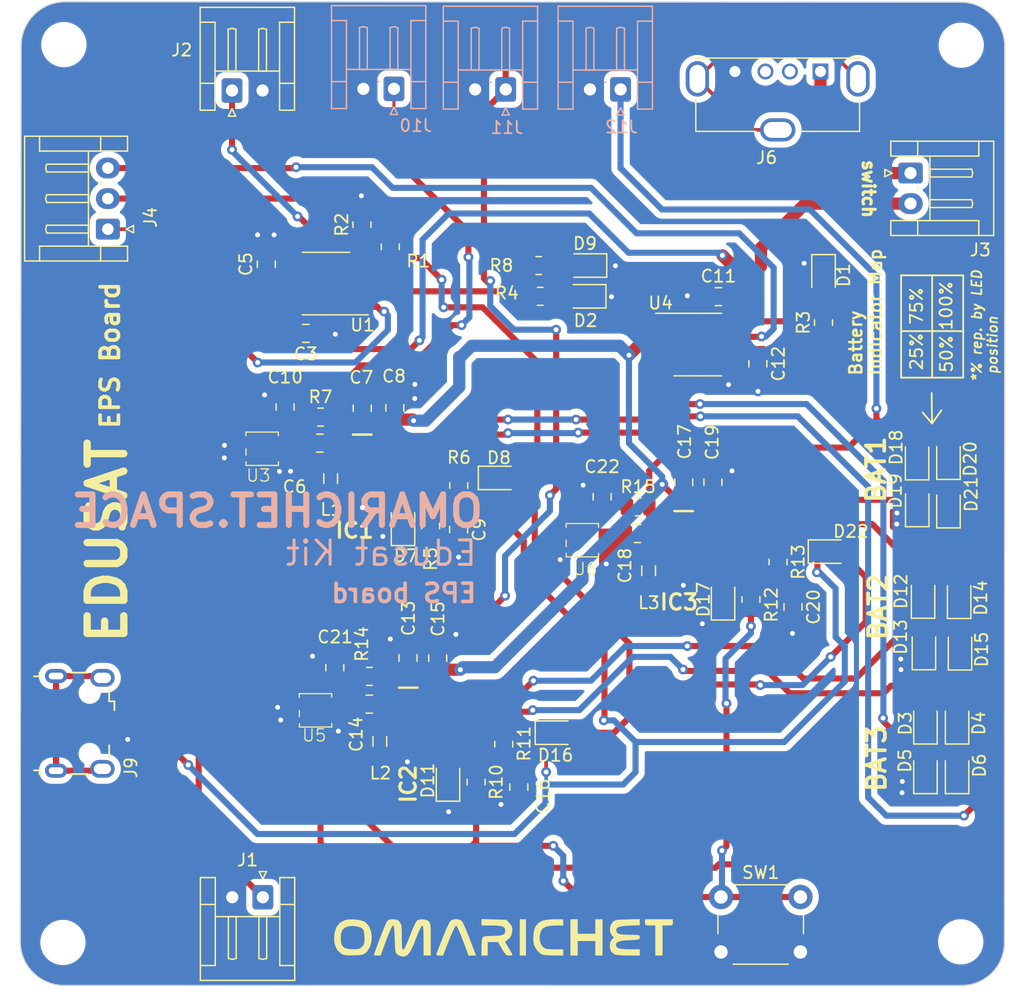
<source format=kicad_pcb>
(kicad_pcb (version 20221018) (generator pcbnew)
  (layers (0 "F.Cu" signal) (31 "B.Cu" power) (34 "B.Paste" user) (35 "F.Paste" user) (36 "B.SilkS" user "B.Silkscreen") (37 "F.SilkS" user "F.Silkscreen") (38 "B.Mask" user) (39 "F.Mask" user) (44 "Edge.Cuts" user))
  (net 0 "")
  (net 1 "+5V")
  (net 2 "Net-(U1-FILTER)")
  (net 3 "BAT-1")
  (net 4 "5V")
  (net 5 "Net-(C9-Pad1)")
  (net 6 "Net-(U3-VDD)")
  (net 7 "Net-(U4-FILTER)")
  (net 8 "BAT-2")
  (net 9 "Net-(C16-Pad1)")
  (net 10 "BAT-3")
  (net 11 "Net-(C20-Pad1)")
  (net 12 "Net-(U5-VDD)")
  (net 13 "Net-(U6-VDD)")
  (net 14 "Net-(D1-A)")
  (net 15 "Net-(D2-A)")
  (net 16 "Net-(D3-K)")
  (net 17 "Net-(D4-K)")
  (net 18 "/SWT1")
  (net 19 "VBUS")
  (net 20 "VDD")
  (net 21 "Net-(D9-A)")
  (net 22 "/SWT2")
  (net 23 "Net-(D12-K)")
  (net 24 "Net-(D14-K)")
  (net 25 "/SWT3")
  (net 26 "Net-(D18-K)")
  (net 27 "Net-(D20-K)")
  (net 28 "Solar1")
  (net 29 "CH3")
  (net 30 "CH4")
  (net 31 "CH5")
  (net 34 "unconnected-(J6-Shield-Pad5)")
  (net 38 "unconnected-(J9-Shield-Pad6)")
  (net 42 "SW1")
  (net 43 "SW2")
  (net 44 "SW3")
  (net 45 "BtnIn")
  (net 46 "GND")
  (net 47 "Net-(J3-Pin_1)")
  (footprint "Connector_USB:USB_Micro-B_Wuerth_629105150521" (layer "F.Cu") (at 134.105 129.281 -90)
    (fp_text reference "J9")
    (fp_text value "USB_B_Micro")
  )
  (footprint "Capacitor_SMD:C_0805_2012Metric" (layer "F.Cu") (at 160.96 123.928 -90)
    (fp_text reference "C13")
    (fp_text value "10uF")
  )
  (footprint "LED_SMD:LED_0805_2012Metric" (layer "F.Cu") (at 175.5365 91.8 180)
    (fp_text reference "D9")
    (fp_text value "LED")
  )
  (footprint "Capacitor_SMD:C_0805_2012Metric" (layer "F.Cu") (at 157.21 103.48 -90)
    (fp_text reference "C7")
    (fp_text value "10uF")
  )
  (footprint "LED_SMD:LED_0805_2012Metric" (layer "F.Cu") (at 206.13 123.2325 90)
    (fp_text reference "D15")
    (fp_text value "LED")
  )
  (footprint "LED_SMD:LED_0805_2012Metric" (layer "F.Cu") (at 202.617 107.6625 90)
    (fp_text reference "D18")
    (fp_text value "LED")
  )
  (footprint "Capacitor_SMD:C_0805_2012Metric" (layer "F.Cu") (at 154.9725 124.718 90)
    (fp_text reference "C21")
    (fp_text value "0.1uF")
  )
  (footprint "LED_SMD:LED_0805_2012Metric" (layer "F.Cu") (at 205.89 129.2885 90)
    (fp_text reference "D4")
    (fp_text value "LED")
  )
  (footprint "LED_SMD:LED_0805_2012Metric" (layer "F.Cu") (at 205.184 107.6275 90)
    (fp_text reference "D20")
    (fp_text value "LED")
  )
  (footprint "Resistor_SMD:R_0805_2012Metric" (layer "F.Cu") (at 162.81 113.1175 -90)
    (fp_text reference "R5")
    (fp_text value "10K")
  )
  (footprint "Diode_SMD:D_0805_2012Metric" (layer "F.Cu") (at 168.3975 109.19)
    (fp_text reference "D8")
    (fp_text value "D")
  )
  (footprint "LED_SMD:LED_0805_2012Metric" (layer "F.Cu") (at 205.184 111.5945 90)
    (fp_text reference "D21")
    (fp_text value "LED")
  )
  (footprint "Capacitor_SMD:C_0805_2012Metric" (layer "F.Cu") (at 150.9 103.382 90)
    (fp_text reference "C10")
    (fp_text value "0.1uF")
  )
  (footprint "LED_SMD:LED_0805_2012Metric" (layer "F.Cu") (at 194.96 92.5875 -90)
    (fp_text reference "D1")
    (fp_text value "LED")
  )
  (footprint "MountingHole:MountingHole_3.2mm_M3" (layer "F.Cu") (at 206.23 73.76)
    (fp_text reference "H2" hide)
    (fp_text value "MountingHole")
  )
  (footprint "LED_SMD:LED_0805_2012Metric" (layer "F.Cu") (at 203.3 133.3525 90)
    (fp_text reference "D5")
    (fp_text value "LED")
  )
  (footprint "TP4366E:TP4366E" (layer "F.Cu") (at 163.69 128.966)
    (fp_text reference "IC2")
    (fp_text value "TP4366E" hide)
  )
  (footprint "XBAJ:XB7608AJ" (layer "F.Cu") (at 151.5725 127.418 -90)
    (fp_text reference "U5")
    (fp_text value "~")
  )
  (footprint "Connector_JST:JST_EH_S2B-EH_1x02_P2.50mm_Horizontal" (layer "F.Cu") (at 202.0775 84.23 -90)
    (fp_text reference "J3")
    (fp_text value "Conn_01x02_Pin")
  )
  (footprint "LED_SMD:LED_0805_2012Metric" (layer "F.Cu") (at 175.4725 94.32 180)
    (fp_text reference "D2")
    (fp_text value "LED")
  )
  (footprint "MountingHole:MountingHole_3.2mm_M3" (layer "F.Cu") (at 132.8 73.71)
    (fp_text reference "H1" hide)
    (fp_text value "MountingHole")
  )
  (footprint "Capacitor_SMD:C_0805_2012Metric" (layer "F.Cu") (at 157.7925 127.708 180)
    (fp_text reference "C14")
    (fp_text value "10uF")
  )
  (footprint "Resistor_SMD:R_0805_2012Metric" (layer "F.Cu") (at 168.79 130.9855 -90)
    (fp_text reference "R11")
    (fp_text value "1k5")
  )
  (footprint "XBAJ:XB7608AJ" (layer "F.Cu") (at 173.405 113.49052 -90)
    (fp_text reference "U6")
    (fp_text value "~")
  )
  (footprint "LED_SMD:LED_0805_2012Metric" (layer "F.Cu") (at 203.176 123.21 90)
    (fp_text reference "D13")
    (fp_text value "LED")
  )
  (footprint "Resistor_SMD:R_0805_2012Metric" (layer "F.Cu") (at 171.6545 91.8)
    (fp_text reference "R8")
    (fp_text value "1k")
  )
  (footprint "Connector_JST:JST_EH_S3B-EH_1x03_P2.50mm_Horizontal" (layer "F.Cu") (at 136.398 88.82 90)
    (fp_text reference "J4")
    (fp_text value "Conn_01x03_Pin")
  )
  (footprint "MountingHole:MountingHole_3.2mm_M3" (layer "F.Cu") (at 132.72 147.22)
    (fp_text reference "H4" hide)
    (fp_text value "MountingHole")
  )
  (footprint "XBAJ:XB7608AJ" (layer "F.Cu") (at 147.205 106.00252 -90)
    (fp_text reference "U3")
    (fp_text value "~")
  )
  (footprint "Capacitor_SMD:C_0805_2012Metric" (layer "F.Cu") (at 176.843 110.73 90)
    (fp_text reference "C22")
    (fp_text value "0.1uF")
  )
  (footprint "Resistor_SMD:R_0805_2012Metric" (layer "F.Cu") (at 194.96 96.4695 90)
    (fp_text reference "R3")
    (fp_text value "1k")
  )
  (footprint "LED_SMD:LED_0805_2012Metric" (layer "F.Cu") (at 206.06 119.0125 90)
    (fp_text reference "D14")
    (fp_text value "LED")
  )
  (footprint "Capacitor_SMD:C_0805_2012Metric" (layer "F.Cu") (at 159.88 103.46 -90)
    (fp_text reference "C8")
    (fp_text value "10uF")
  )
  (footprint "Resistor_SMD:R_0805_2012Metric" (layer "F.Cu") (at 157.8025 125.438)
    (fp_text reference "R14")
    (fp_text value "1k")
  )
  (footprint "LED_SMD:LED_0805_2012Metric" (layer "F.Cu") (at 203.3 129.2885 90)
    (fp_text reference "D3")
    (fp_text value "LED")
  )
  (footprint "LED_SMD:LED_0805_2012Metric" (layer "F.Cu") (at 202.63 111.4975 90)
    (fp_text reference "D19")
    (fp_text value "LED")
  )
  (footprint "Capacitor_SMD:C_0805_2012Metric" (layer "F.Cu") (at 149.365 91.686 90)
    (fp_text reference "C5")
    (fp_text value "1nF")
  )
  (footprint "Inductor_SMD:L_0805_2012Metric" (layer "F.Cu") (at 158.6525 130.7605 -90)
    (fp_text reference "L2")
    (fp_text value "1.5uH")
  )
  (footprint "Inductor_SMD:L_0805_2012Metric" (layer "F.Cu") (at 154.63 109.2475 -90)
    (fp_text reference "L1")
    (fp_text value "1.5uH")
  )
  (footprint "Connector_JST:JST_EH_S2B-EH_1x02_P2.50mm_Horizontal" (layer "F.Cu") (at 146.558 77.47)
    (fp_text reference "J2")
    (fp_text value "Conn_01x02_Pin")
  )
  (footprint "Resistor_SMD:R_0805_2012Metric" (layer "F.Cu") (at 179.7875 111.558)
    (fp_text reference "R15")
    (fp_text value "1k")
  )
  (footprint "LOGO" (layer "F.Cu") (at 168.748478 146.763545)
    (fp_text reference "G***" hide)
    (fp_text value "LOGO" hide)
  )
  (footprint "MountingHole:MountingHole_3.2mm_M3" (layer "F.Cu") (at 206.19 147.17)
    (fp_text reference "H3" hide)
    (fp_text value "MountingHole")
  )
  (footprint "Capacitor_SMD:C_0805_2012Metric" (layer "F.Cu") (at 179.734 113.747 180)
    (fp_text reference "C18")
    (fp_text value "10uF")
  )
  (footprint "Package_SO:SOIC-8_3.9x4.9mm_P1.27mm" (layer "F.Cu") (at 184.676 98.272)
    (fp_text reference "U4")
    (fp_text value "ACS712xLCTR-05B")
  )
  (footprint "Connector_USB:USB_A_Molex_105057_Vertical" (layer "F.Cu") (at 194.71 75.915 180)
    (fp_text reference "J6")
    (fp_text value "USB_A")
  )
  (footprint "Capacitor_SMD:C_0805_2012Metric" (layer "F.Cu") (at 183.526 109.548 -90)
    (fp_text reference "C17")
    (fp_text value "10uF")
  )
  (footprint "Resistor_SMD:R_0805_2012Metric" (layer "F.Cu") (at 189.02 119.1475 -90)
    (fp_text reference "R12")
    (fp_text value "10K")
  )
  (footprint "LED_SMD:LED_0805_2012Metric" (layer "F.Cu") (at 186.74 119.1375 90)
    (fp_text reference "D17")
    (fp_text value "LED")
  )
  (footprint "Capacitor_SMD:C_0805_2012Metric" (layer "F.Cu") (at 163.39 123.938 -90)
    (fp_text reference "C15")
    (fp_text value "10uF")
  )
  (footprint "TP4366E:TP4366E" (layer "F.Cu") (at 159.924 108.245)
    (fp_text reference "IC1")
    (fp_text value "TP4366E" hide)
  )
  (footprint "TP4366E:TP4366E" (layer "F.Cu") (at 186.232 114.509)
    (fp_text reference "IC3")
    (fp_text value "TP4366E" hide)
  )
  (footprint "Capacitor_SMD:C_0805_2012Metric" (layer "F.Cu") (at 152.601 97.356 180)
    (fp_text reference "C3")
    (fp_text value "1nF")
  )
  (footprint "Capacitor_SMD:C_0805_2012Metric" (layer "F.Cu") (at 153.75 106.34 180)
    (fp_text reference "C6")
    (fp_text value "10uF")
  )
  (footprint "Capacitor_SMD:C_0805_2012Metric" (layer "F.Cu") (at 170.03 134.5 -90)
    (fp_text reference "C16")
    (fp_text value "2.2uF")
  )
  (footprint "LED_SMD:LED_0805_2012Metric" (layer "F.Cu") (at 160.55 113.0425 90)
    (fp_text reference "D7")
    (fp_text value "LED")
  )
  (footprint "Diode_SMD:D_0805_2012Metric" (layer "F.Cu") (at 195.3975 115.22)
    (fp_text reference "D22")
    (fp_text value "D")
  )
  (footprint "Button_Switch_THT:SW_PUSH_6mm_H5mm" (layer "F.Cu") (at 186.57 143.5)
    (fp_text reference "SW1")
    (fp_text value "SW_Push")
  )
  (footprint "Capacitor_SMD:C_0805_2012Metric" (layer "F.Cu") (at 192.46 119.75 -90)
    (fp_text reference "C20")
    (fp_text value "2.2uF")
  )
  (footprint "Capacitor_SMD:C_0805_2012Metric" (layer "F.Cu") (at 189.59 99.84 -90)
    (fp_text reference "C12")
    (fp_text value "1nF")
  )
  (footprint "Resistor_SMD:R_0805_2012Metric" (layer "F.Cu") (at 191.24 116.0725 -90)
    (fp_text reference "R13")
    (fp_text value "1k5")
  )
  (footprint "LED_SMD:LED_0805_2012Metric" (layer "F.Cu") (at 164.23 133.9675 90)
    (fp_text reference "D11")
    (fp_text value "LED")
  )
  (footprint "Resistor_SMD:R_0805_2012Metric" (layer "F.Cu") (at 153.7975 104.21)
    (fp_text reference "R7")
    (fp_text value "1k")
  )
  (footprint "Resistor_SMD:R_0805_2012Metric" (layer "F.Cu") (at 159.512 90.2735 90)
    (fp_text reference "R1")
    (fp_text value "7.5k")
  )
  (footprint "Resistor_SMD:R_0805_2012Metric" (layer "F.Cu") (at 171.775 94.32)
    (fp_text reference "R4")
    (fp_text value "1k")
  )
  (footprint "Resistor_SMD:R_0805_2012Metric" (layer "F.Cu") (at 165.11 109.8095 -90)
    (fp_text reference "R6")
    (fp_text value "1k5")
  )
  (footprint "Resistor_SMD:R_0805_2012Metric" (layer "F.Cu") (at 166.53 134.0875 -90)
    (fp_text reference "R10")
    (fp_text value "10K")
  )
  (footprint "Package_SO:SOIC-8_3.9x4.9mm_P1.27mm" (layer "F.Cu") (at 154.253 93.276 180)
    (fp_text reference "U1")
    (fp_text value "ACS712xLCTR-05B")
  )
  (footprint "Capacitor_SMD:C_0805_2012Metric" (layer "F.Cu") (at 186.36 94.35)
    (fp_text reference "C11")
    (fp_text value "1nF")
  )
  (footprint "Capacitor_SMD:C_0805_2012Metric" (layer "F.Cu") (at 185.91 109.538 -90)
    (fp_text reference "C19")
    (fp_text value "10uF")
  )
  (footprint "Connector_JST:JST_EH_S2B-EH_1x02_P2.50mm_Horizontal" (layer "F.Cu") (at 149.078 143.5175 180)
    (fp_text reference "J1")
    (fp_text value "Conn_01x02_Pin")
  )
  (footprint "Inductor_SMD:L_0805_2012Metric" (layer "F.Cu") (at 180.65 116.788 -90)
    (fp_text reference "L3")
    (fp_text value "1.5uH")
  )
  (footprint "Diode_SMD:D_0805_2012Metric" (layer "F.Cu") (at 173.0525 130.048)
    (fp_text reference "D16")
    (fp_text value "D")
  )
  (footprint "Capacitor_SMD:C_0805_2012Metric" (layer "F.Cu") (at 165.1 113.42 -90)
    (fp_text reference "C9")
    (fp_text value "2.2uF")
  )
  (footprint "LED_SMD:LED_0805_2012Metric" (layer "F.Cu") (at 203.106 118.99 90)
    (fp_text reference "D12")
    (fp_text value "LED")
  )
  (footprint "Resistor_SMD:R_0805_2012Metric" (layer "F.Cu") (at 157.19 88.4575 90)
    (fp_text reference "R2")
    (fp_text value "30k")
  )
  (footprint "LED_SMD:LED_0805_2012Metric" (layer "F.Cu") (at 205.89 133.3525 90)
    (fp_text reference "D6")
    (fp_text value "LED")
  )
  (footprint "Connector_JST:JST_EH_S2B-EH_1x02_P2.50mm_Horizontal" (layer "B.Cu") (at 178.35 77.38 180)
    (fp_text reference "J12")
    (fp_text value "Conn_01x02_Pin")
  )
  (footprint "Connector_JST:JST_EH_S2B-EH_1x02_P2.50mm_Horizontal" (layer "B.Cu") (at 168.952 77.38 180)
    (fp_text reference "J11")
    (fp_text value "Conn_01x02_Pin")
  )
  (footprint "Connector_JST:JST_EH_S2B-EH_1x02_P2.50mm_Horizontal" (layer "B.Cu") (at 159.808 77.334 180)
    (fp_text reference "J10")
    (fp_text value "Conn_01x02_Pin")
  )
  (gr_rect (start 201.31 92.6) (end 206.39 100.98) (stroke (width 0.15)) (fill none) (layer "F.SilkS"))
  (gr_line (start 201.31 97.17) (end 206.39 97.17) (stroke (width 0.15)) (layer "F.SilkS"))
  (gr_line (start 203.84 104.73) (end 204.61 103.65) (stroke (width 0.15)) (layer "F.SilkS"))
  (gr_line (start 203.81 102.24) (end 203.84 104.73) (stroke (width 0.15)) (layer "F.SilkS"))
  (gr_line (start 203.85 92.6) (end 203.85 100.98) (stroke (width 0.15)) (layer "F.SilkS"))
  (gr_line (start 203.84 104.73) (end 203.07 103.83) (stroke (width 0.15)) (layer "F.SilkS"))
  (gr_line (start 129.292821 73.830768) (end 129.228513 147.151487) (stroke (width 0.1)) (layer "Edge.Cuts"))
  (gr_line (start 206.272197 150.742197) (end 132.818513 150.741487) (stroke (width 0.1)) (layer "Edge.Cuts"))
  (gr_line (start 209.79 73.87) (end 209.762197 147.252197) (stroke (width 0.1)) (layer "Edge.Cuts"))
  (gr_arc (start 129.292821 73.830768) (mid 130.36 71.260001) (end 132.934059 70.200785) (stroke (width 0.1)) (layer "Edge.Cuts"))
  (gr_arc (start 209.762197 147.252197) (mid 208.74 149.72) (end 206.272197 150.742197) (stroke (width 0.1)) (layer "Edge.Cuts"))
  (gr_arc (start 132.818513 150.741487) (mid 130.28 149.69) (end 129.228513 147.151487) (stroke (width 0.1)) (layer "Edge.Cuts"))
  (gr_arc (start 206.160017 70.228762) (mid 208.730765 71.295961) (end 209.79 73.87) (stroke (width 0.1)) (layer "Edge.Cuts"))
  (gr_line (start 132.934059 70.200785) (end 206.160017 70.228762) (stroke (width 0.1)) (layer "Edge.Cuts"))
  (gr_text "Edusat Kit" (at 166.75 116.52) (layer "B.SilkS") (effects (font (size 2 2) (thickness 0.25)) (justify left bottom mirror)))
  (gr_text "EPS board" (at 166.7 119.5) (layer "B.SilkS") (effects (font (size 1.5 1.5) (thickness 0.3) bold) (justify left bottom mirror)))
  (gr_text "OMARICHET.SPACE\n" (at 167.37 113.37) (layer "B.SilkS") (effects (font (size 2.5 2.5) (thickness 0.5) bold) (justify left bottom mirror)))
  (gr_text "switch" (at 198.06 83.03 -90) (layer "F.SilkS") (effects (font (size 1 1) (thickness 0.25) bold) (justify left bottom)))
  (gr_text "*% rep. by LED\n position" (at 209.26 101.39 90) (layer "F.SilkS") (effects (font (size 0.8 0.8) (thickness 0.15) italic) (justify left bottom)))
  (gr_text "EPS Board" (at 137.46 105.31 90) (layer "F.SilkS") (effects (font (size 1.5 1.5) (thickness 0.3) bold) (justify left bottom)))
  (gr_text "BAT1" (at 200.13 111.38 90) (layer "F.SilkS") (effects (font (size 1.5 1.5) (thickness 0.3) bold) (justify left bottom)))
  (gr_text "EDUSAT" (at 138.1 123.02 90) (layer "F.SilkS") (effects (font (size 3 3) (thickness 0.6) bold) (justify left bottom)))
  (gr_text "100%" (at 205.58 97.19 90) (layer "F.SilkS") (effects (font (size 1 1)) (justify left bottom)))
  (gr_text "25%" (at 203.16 100.47 90) (layer "F.SilkS") (effects (font (size 1 1)) (justify left bottom)))
  (gr_text "75%" (at 203.16 96.74 90) (layer "F.SilkS") (effects (font (size 1 1)) (justify left bottom)))
  (gr_text "50%" (at 205.61 100.66 90) (layer "F.SilkS") (effects (font (size 1 1)) (justify left bottom)))
  (gr_text "BAT2" (at 200.31 122.62 90) (layer "F.SilkS") (effects (font (size 1.5 1.5) (thickness 0.3) bold) (justify left bottom)))
  (gr_text "Battery \nIndicator Map" (at 199.8 100.91 90) (layer "F.SilkS") (effects (font (size 1 1) (thickness 0.2) bold) (justify left bottom)))
  (gr_text "BAT3" (at 200.18 135.04 90) (layer "F.SilkS") (effects (font (size 1.5 1.5) (thickness 0.3) bold) (justify left bottom)))
  (segment (start 192.387 96.367) (end 192.457 96.437) (width 0.5) (layer "F.Cu") (net 1))
  (segment (start 187.31 91.59) (end 186.69 90.97) (width 1) (layer "F.Cu") (net 1))
  (segment (start 187.31 96.208) (end 187.151 96.367) (width 1) (layer "F.Cu") (net 1))
  (segment (start 193.47 86.73) (end 202.0775 86.73) (width 1) (layer "F.Cu") (net 1))
  (segment (start 182.201 98.907) (end 182.201 100.177) (width 1) (layer "F.Cu") (net 1))
  (segment (start 161.09 98.69) (end 161.04 98.64) (width 0.5) (layer "F.Cu") (net 1))
  (segment (start 184.6 98.42) (end 184.113 98.907) (width 1) (layer "F.Cu") (net 1))
  (segment (start 189.84 91.86) (end 189.84 90.36) (width 1) (layer "F.Cu") (net 1))
  (segment (start 151.651 95.308) (end 151.778 95.181) (width 0.5) (layer "F.Cu") (net 1))
  (segment (start 185.703 96.367) (end 184.6 97.47) (width 1) (layer "F.Cu") (net 1))
  (segment (start 187.31 94.35) (end 187.31 96.208) (width 1) (layer "F.Cu") (net 1))
  (segment (start 161.13 98.69) (end 161.09 98.69) (width 0.5) (layer "F.Cu") (net 1))
  (segment (start 184.6 97.47) (end 184.6 98.42) (width 1) (layer "F.Cu") (net 1))
  (segment (start 187.31 94.35) (end 189.8 91.86) (width 1) (layer "F.Cu") (net 1))
  (segment (start 161.04 98.64) (end 152.935 98.64) (width 0.5) (layer "F.Cu") (net 1))
  (segment (start 187.31 94.35) (end 187.31 91.59) (width 1) (layer "F.Cu") (net 1))
  (segment (start 193.69 97.67) (end 194.678 97.67) (width 0.5) (layer "F.Cu") (net 1))
  (segment (start 189.8 91.86) (end 189.84 91.86) (width 1) (layer "F.Cu") (net 1))
  (segment (start 151.651 97.356) (end 151.651 95.308) (width 0.5) (layer "F.Cu") (net 1))
  (segment (start 184.113 98.907) (end 182.201 98.907) (width 1) (layer "F.Cu") (net 1))
  (segment (start 192.457 96.437) (end 193.69 97.67) (width 0.5) (layer "F.Cu") (net 1))
  (segment (start 192.457 96.367) (end 192.457 96.437) (width 0.5) (layer "F.Cu") (net 1))
  (segment (start 152.935 98.64) (end 151.651 97.356) (width 0.5) (layer "F.Cu") (net 1))
  (segment (start 194.71 97.632) (end 194.96 97.382) (width 0.5) (layer "F.Cu") (net 1))
  (segment (start 192.387 96.367) (end 187.151 96.367) (width 0.5) (layer "F.Cu") (net 1))
  (segment (start 189.84 90.36) (end 193.47 86.73) (width 1) (layer "F.Cu") (net 1))
  (segment (start 161.89 97.93) (end 161.13 98.69) (width 0.5) (layer "F.Cu") (net 1))
  (segment (start 187.151 96.367) (end 185.703 96.367) (width 1) (layer "F.Cu") (net 1))
  (via (at 161.89 97.93) (size 0.8) (drill 0.4) (layers "F.Cu" "B.Cu") (net 1))
  (via (at 186.69 90.97) (size 0.8) (drill 0.4) (layers "F.Cu" "B.Cu") (net 1))
  (segment (start 161.89 97.93) (end 162.15 97.67) (width 0.5) (layer "B.Cu") (net 1))
  (segment (start 162.15 89.68) (end 164.29 87.54) (width 0.5) (layer "B.Cu") (net 1))
  (segment (start 186.47 90.75) (end 186.69 90.97) (width 0.5) (layer "B.Cu") (net 1))
  (segment (start 162.15 97.67) (end 162.15 89.68) (width 0.5) (layer "B.Cu") (net 1))
  (segment (start 164.29 87.54) (end 175.79 87.54) (width 0.5) (layer "B.Cu") (net 1))
  (segment (start 179 90.75) (end 186.47 90.75) (width 0.5) (layer "B.Cu") (net 1))
  (segment (start 175.79 87.54) (end 179 90.75) (width 0.5) (layer "B.Cu") (net 1))
  (segment (start 149.365 92.636) (end 151.773 92.636) (width 0.3) (layer "F.Cu") (net 2))
  (segment (start 151.773 92.636) (end 151.778 92.641) (width 0.3) (layer "F.Cu") (net 2))
  (segment (start 154.71 106.33) (end 154.7 106.34) (width 0.5) (layer "F.Cu") (net 3))
  (segment (start 154.71 102.38) (end 154.71 104.21) (width 0.5) (layer "F.Cu") (net 3))
  (segment (start 186.12 141.1) (end 186.4 140.82) (width 0.5) (layer "F.Cu") (net 3))
  (segment (start 208.49 129.38) (end 207.461 128.351) (width 0.5) (layer "F.Cu") (net 3))
  (segment (start 155.85 101.24) (end 146.78 101.24) (width 0.5) (layer "F.Cu") (net 3))
  (segment (start 144.84 103.18) (end 144.84 127.99) (width 0.5) (layer "F.Cu") (net 3))
  (segment (start 165.34 96.68) (end 164.58 96.68) (width 0.5) (layer "F.Cu") (net 3))
  (segment (start 159.808 82.824) (end 159.746 82.886) (width 0.25) (layer "F.Cu") (net 3))
  (segment (start 186.4 140.82) (end 206.38 140.82) (width 0.5) (layer "F.Cu") (net 3))
  (segment (start 206.38 140.82) (end 208.49 138.71) (width 0.5) (layer "F.Cu") (net 3))
  (segment (start 164.58 96.68) (end 161.25 100.01) (width 0.5) (layer "F.Cu") (net 3))
  (segment (start 154.63 108.185) (end 154.63 106.41) (width 0.5) (layer "F.Cu") (net 3))
  (segment (start 161.25 100.01) (end 160.37 100.01) (width 0.5) (layer "F.Cu") (net 3))
  (segment (start 144.84 127.99) (end 153.8 136.95) (width 0.5) (layer "F.Cu") (net 3))
  (segment (start 154.63 108.185) (end 155.205 107.61) (width 0.5) (layer "F.Cu") (net 3))
  (segment (start 165.9 91.11) (end 165.9 89.04) (width 0.5) (layer "F.Cu") (net 3))
  (segment (start 154.71 104.21) (end 154.71 106.33) (width 0.5) (layer "F.Cu") (net 3))
  (segment (start 155.8 141.1) (end 186.12 141.1) (width 0.5) (layer "F.Cu") (net 3))
  (segment (start 154.63 106.41) (end 154.7 106.34) (width 0.5) (layer "F.Cu") (net 3))
  (segment (start 207.461 128.351) (end 205.89 128.351) (width 0.5) (layer "F.Cu") (net 3))
  (segment (start 155.205 107.61) (end 157.212 107.61) (width 0.5) (layer "F.Cu") (net 3))
  (segment (start 203.3 128.351) (end 205.89 128.351) (width 0.5) (layer "F.Cu") (net 3))
  (segment (start 155.85 101.24) (end 154.71 102.38) (width 0.5) (layer "F.Cu") (net 3))
  (segment (start 153.8 139.1) (end 155.8 141.1) (width 0.5) (layer "F.Cu") (net 3))
  (segment (start 153.8 136.95) (end 153.8 139.1) (width 0.5) (layer "F.Cu") (net 3))
  (segment (start 160.37 100.01) (end 160.331 99.971) (width 0.5) (layer "F.Cu") (net 3))
  (segment (start 208.49 138.71) (end 208.49 129.38) (width 0.5) (layer "F.Cu") (net 3))
  (segment (start 157.119 99.971) (end 155.85 101.24) (width 0.5) (layer "F.Cu") (net 3))
  (segment (start 160.331 99.971) (end 157.119 99.971) (width 0.5) (layer "F.Cu") (net 3))
  (segment (start 146.78 101.24) (end 144.84 103.18) (width 0.5) (layer "F.Cu") (net 3))
  (segment (start 165.9 89.04) (end 159.746 82.886) (width 0.5) (layer "F.Cu") (net 3))
  (segment (start 159.808 77.334) (end 159.808 82.824) (width 0.25) (layer "F.Cu") (net 3))
  (via (at 165.34 96.68) (size 0.8) (drill 0.4) (layers "F.Cu" "B.Cu") (net 3))
  (via (at 165.9 91.11) (size 0.8) (drill 0.4) (layers "F.Cu" "B.Cu") (net 3))
  (segment (start 165.98 91.19) (end 165.9 91.11) (width 0.5) (layer "B.Cu") (net 3))
  (segment (start 165.98 96.04) (end 165.98 91.19) (width 0.5) (layer "B.Cu") (net 3))
  (segment (start 165.34 96.68) (end 165.98 96.04) (width 0.5) (layer "B.Cu") (net 3))
  (segment (start 160.96 124.878) (end 163.38 124.878) (width 1) (layer "F.Cu") (net 4))
  (segment (start 160.978 124.896) (end 160.96 124.878) (width 1) (layer "F.Cu") (net 4))
  (segment (start 183.526 112.598) (end 183.52 112.604) (width 0.5) (layer "F.Cu") (net 4))
  (segment (start 157.212 104.432) (end 157.21 104.43) (width 1) (layer "F.Cu") (net 4))
  (segment (start 159.88 104.41) (end 161.32 104.41) (width 1) (layer "F.Cu") (net 4))
  (segment (start 157.21 104.43) (end 159.86 104.43) (width 1) (layer "F.Cu") (net 4))
  (segment (start 182.538 110.498) (end 183.526 110.498) (width 0.5) (layer "F.Cu") (net 4))
  (segment (start 163.39 124.888) (end 165.242 124.888) (width 1) (layer "F.Cu") (net 4))
  (segment (start 183.526 110.498) (end 185.9 110.498) (width 0.5) (layer "F.Cu") (net 4))
  (segment (start 185.9 110.498) (end 185.91 110.488) (width 0.5) (layer "F.Cu") (net 4))
  (segment (start 182.201 96.367) (end 182.201 97.637) (width 1) (layer "F.Cu") (net 4))
  (segment (start 161.32 104.41) (end 161.41 104.5) (width 1) (layer "F.Cu") (net 4))
  (segment (start 163.38 124.878) (end 163.39 124.888) (width 1) (layer "F.Cu") (net 4))
  (segment (start 160.978 127.061) (end 160.978 124.896) (width 1) (layer "F.Cu") (net 4))
  (segment (start 180.543 97.637) (end 179.04 99.14) (width 1) (layer "F.Cu") (net 4))
  (segment (start 182.201 97.637) (end 180.543 97.637) (width 1) (layer "F.Cu") (net 4))
  (segment (start 157.212 106.34) (end 157.212 104.432) (width 1) (layer "F.Cu") (net 4))
  (segment (start 159.86 104.43) (end 159.88 104.41) (width 1) (layer "F.Cu") (net 4))
  (segment (start 183.526 110.498) (end 183.526 112.598) (width 0.5) (layer "F.Cu") (net 4))
  (segment (start 181.76 109.72) (end 182.538 110.498) (width 0.5) (layer "F.Cu") (net 4))
  (via (at 179.04 99.14) (size 0.8) (drill 0.4) (layers "F.Cu" "B.Cu") (net 4))
  (via (at 181.76 109.72) (size 0.8) (drill 0.4) (layers "F.Cu" "B.Cu") (net 4))
  (via (at 161.41 104.5) (size 0.8) (drill 0.4) (layers "F.Cu" "B.Cu") (net 4))
  (via (at 165.242 124.888) (size 0.8) (drill 0.4) (layers "F.Cu" "B.Cu") (net 4))
  (segment (start 175.24 116.06) (end 175.42 116.06) (width 1) (layer "B.Cu") (net 4))
  (segment (start 162.4 104.5) (end 165.15 101.75) (width 1) (layer "B.Cu") (net 4))
  (segment (start 179.04 106.35) (end 181.76 109.07) (width 0.5) (layer "B.Cu") (net 4))
  (segment (start 178.27 98.37) (end 179.04 99.14) (width 1) (layer "B.Cu") (net 4))
  (segment (start 181.76 109.07) (end 181.76 109.72) (width 0.5) (layer "B.Cu") (net 4))
  (segment (start 168.06 124.69) (end 175.24 117.51) (width 1) (layer "B.Cu") (net 4))
  (segment (start 161.41 104.5) (end 162.4 104.5) (width 1) (layer "B.Cu") (net 4))
  (segment (start 175.24 117.51) (end 175.24 116.06) (width 1) (layer "B.Cu") (net 4))
  (segment (start 165.242 124.888) (end 165.44 124.69) (width 1) (layer "B.Cu") (net 4))
  (segment (start 165.15 101.75) (end 165.15 99.29) (width 1) (layer "B.Cu") (net 4))
  (segment (start 179.04 99.14) (end 179.04 106.35) (width 0.5) (layer "B.Cu") (net 4))
  (segment (start 166.17 98.37) (end 178.27 98.37) (width 1) (layer "B.Cu") (net 4))
  (segment (start 165.15 99.29) (end 165.25 99.29) (width 1) (layer "B.Cu") (net 4))
  (segment (start 175.42 116.06) (end 181.76 109.72) (width 1) (layer "B.Cu") (net 4))
  (segment (start 165.44 124.69) (end 168.06 124.69) (width 1) (layer "B.Cu") (net 4))
  (segment (start 181.76 109.72) (end 181.76 109.977918) (width 0.5) (layer "B.Cu") (net 4))
  (segment (start 165.25 99.29) (end 166.17 98.37) (width 1) (layer "B.Cu") (net 4))
  (segment (start 165.11 112.46) (end 165.1 112.47) (width 0.5) (layer "F.Cu") (net 5))
  (segment (start 165.11 110.722) (end 165.11 112.46) (width 0.5) (layer "F.Cu") (net 5))
  (segment (start 147.205 104.755) (end 147.205 105.93252) (width 0.5) (layer "F.Cu") (net 6))
  (segment (start 150.9 104.332) (end 147.628 104.332) (width 0.5) (layer "F.Cu") (net 6))
  (segment (start 150.9 104.332) (end 152.763 104.332) (width 0.5) (layer "F.Cu") (net 6))
  (segment (start 152.763 104.332) (end 152.885 104.21) (width 0.5) (layer "F.Cu") (net 6))
  (segment (start 147.628 104.332) (end 147.205 104.755) (width 0.5) (layer "F.Cu") (net 6))
  (segment (start 189.573 98.907) (end 189.59 98.89) (width 0.3) (layer "F.Cu") (net 7))
  (segment (start 187.151 98.907) (end 189.573 98.907) (width 0.3) (layer "F.Cu") (net 7))
  (segment (start 157.28 124.003) (end 157.28 121.36) (width 0.5) (layer "F.Cu") (net 8))
  (segment (start 206.41 95.24) (end 205.18 96.47) (width 0.5) (layer "F.Cu") (net 8))
  (segment (start 168.952 74.598) (end 172.44 71.11) (width 0.5) (layer "F.Cu") (net 8))
  (segment (start 197.26 71.92) (end 206.41 81.07) (width 0.5) (layer "F.Cu") (net 8))
  (segment (start 167.5405 93.211) (end 167.69 93.0615) (width 0.5) (layer "F.Cu") (net 8))
  (segment (start 207.94 116.81) (end 206.675 118.075) (width 0.5) (layer "F.Cu") (net 8))
  (segment (start 167.97 119.77) (end 168.9 118.84) (width 0.5) (layer "F.Cu") (net 8))
  (segment (start 206.0375 118.0525) (end 206.06 118.075) (width 0.5) (layer "F.Cu") (net 8))
  (segment (start 158.87 119.77) (end 167.97 119.77) (width 0.5) (layer "F.Cu") (net 8))
  (segment (start 157.28 121.36) (end 158.87 119.77) (width 0.5) (layer "F.Cu") (net 8))
  (segment (start 158.715 129.6355) (end 158.6525 129.698) (width 0.5) (layer "F.Cu") (net 8))
  (segment (start 205.18 102.28) (end 207.94 105.04) (width 0.5) (layer "F.Cu") (net 8))
  (segment (start 173.08 110.1) (end 172.57 110.61) (width 0.5) (layer "F.Cu") (net 8))
  (segment (start 158.715 125.438) (end 157.28 124.003) (width 0.5) (layer "F.Cu") (net 8))
  (segment (start 172.45 71.12) (end 181.88 71.12) (width 0.5) (layer "F.Cu") (net 8))
  (segment (start 181.88 71.12) (end 182.68 71.92) (width 0.5) (layer "F.Cu") (net 8))
  (segment (start 182.68 71.92) (end 197.26 71.92) (width 0.5) (layer "F.Cu") (net 8))
  (segment (start 167.17 92.85) (end 167.531 93.211) (width 0.5) (layer "F.Cu") (net 8))
  (segment (start 206.675 118.075) (end 206.06 118.075) (width 0.5) (layer "F.Cu") (net 8))
  (segment (start 168.952 77.38) (end 167.17 79.162) (width 0.5) (layer "F.Cu") (net 8))
  (segment (start 158.7425 127.708) (end 159.3655 128.331) (width 0.5) (layer "F.Cu") (net 8))
  (segment (start 173.08 97.05) (end 173.08 110.1) (width 0.5) (layer "F.Cu") (net 8))
  (segment (start 159.3655 128.331) (end 160.978 128.331) (width 0.5) (layer "F.Cu") (net 8))
  (segment (start 158.715 125.438) (end 158.715 129.6355) (width 0.5) (layer "F.Cu") (net 8))
  (segment (start 168.952 77.38) (end 168.952 74.598) (width 0.5) (layer "F.Cu") (net 8))
  (segment (start 207.94 105.04) (end 207.94 116.81) (width 0.5) (layer "F.Cu") (net 8))
  (segment (start 167.17 79.162) (end 167.17 92.85) (width 0.5) (layer "F.Cu") (net 8))
  (segment (start 172.44 71.11) (end 172.45 71.12) (width 0.5) (layer "F.Cu") (net 8))
  (segment (start 167.531 93.211) (end 167.5405 93.211) (width 0.5) (layer "F.Cu") (net 8))
  (segment (start 203.106 118.0525) (end 206.0375 118.0525) (width 0.5) (layer "F.Cu") (net 8))
  (segment (start 206.41 81.07) (end 206.41 95.24) (width 0.5) (layer "F.Cu") (net 8))
  (segment (start 205.25 96.575) (end 205.25 102.385) (width 0.5) (layer "F.Cu") (net 8))
  (via (at 173.08 97.05) (size 0.8) (drill 0.4) (layers "F.Cu" "B.Cu") (net 8))
  (via (at 172.57 110.61) (size 0.8) (drill 0.4) (layers "F.Cu" "B.Cu") (net 8))
  (via (at 168.9 118.84) (size 0.8) (drill 0.4) (layers "F.Cu" "B.Cu") (net 8))
  (via (at 167.69 93.0615) (size 0.8) (drill 0.4) (layers "F.Cu" "B.Cu") (net 8))
  (segment (start 167.69 93.0615) (end 167.69 95.12) (width 0.5) (layer "B.Cu") (net 8))
  (segment (start 172.57 111.9) (end 169.66 114.81) (width 0.5) (layer "B.Cu") (net 8))
  (segment (start 169.66 114.81) (end 168.9 115.57) (width 0.5) (layer "B.Cu") (net 8))
  (segment (start 168.9 115.57) (end 168.9 118.84) (width 0.5) (layer "B.Cu") (net 8))
  (segment (start 169.62 97.05) (end 173.08 97.05) (width 0.5) (layer "B.Cu") (net 8))
  (segment (start 172.57 110.61) (end 172.57 111.9) (width 0.5) (layer "B.Cu") (net 8))
  (segment (start 167.69 95.12) (end 169.62 97.05) (width 0.5) (layer "B.Cu") (net 8))
  (segment (start 168.79 131.898) (end 168.79 132.31) (width 0.3) (layer "F.Cu") (net 9))
  (segment (start 168.79 132.31) (end 170.03 133.55) (width 0.3) (layer "F.Cu") (net 9))
  (segment (start 180.7 115.6755) (end 180.65 115.7255) (width 0.5) (layer "F.Cu") (net 10))
  (segment (start 199.29 104.41) (end 196.994 106.706) (width 0.5) (layer "F.Cu") (net 10))
  (segment (start 183.393 113.747) (end 183.52 113.874) (width 0.5) (layer "F.Cu") (net 10))
  (segment (start 202.63 106.75) (end 205.124 106.75) (width 0.5) (layer "F.Cu") (net 10))
  (segment (start 205.124 106.75) (end 205.184 106.69) (width 0.5) (layer "F.Cu") (net 10))
  (segment (start 199.37 104.41) (end 199.29 104.41) (width 0.5) (layer "F.Cu") (net 10))
  (segment (start 180.684 113.747) (end 183.393 113.747) (width 0.5) (layer "F.Cu") (net 10))
  (segment (start 199.29 103.5) (end 199.29 104.41) (width 0.5) (layer "F.Cu") (net 10))
  (segment (start 180.7 111.558) (end 180.7 115.6755) (width 0.5) (layer "F.Cu") (net 10))
  (segment (start 202.617 106.725) (end 201.685 106.725) (width 0.5) (layer "F.Cu") (net 10))
  (segment (start 182.584 106.706) (end 180.7 108.59) (width 0.5) (layer "F.Cu") (net 10))
  (segment (start 180.7 108.59) (end 180.7 111.558) (width 0.5) (layer "F.Cu") (net 10))
  (segment (start 196.994 106.706) (end 182.584 106.706) (width 0.5) (layer "F.Cu") (net 10))
  (segment (start 201.685 106.725) (end 199.37 104.41) (width 0.5) (layer "F.Cu") (net 10))
  (via (at 199.29 103.5) (size 0.8) (drill 0.4) (layers "F.Cu" "B.Cu") (net 10))
  (segment (start 193.85 87.21) (end 181.74 87.21) (width 0.5) (layer "B.Cu") (net 10))
  (segment (start 199.29 92.65) (end 193.85 87.21) (width 0.5) (layer "B.Cu") (net 10))
  (segment (start 181.74 87.21) (end 178.35 83.82) (width 0.5) (layer "B.Cu") (net 10))
  (segment (start 178.35 83.82) (end 178.35 77.38) (width 0.5) (layer "B.Cu") (net 10))
  (segment (start 199.29 103.5) (end 199.29 92.65) (width 0.5) (layer "B.Cu") (net 10))
  (segment (start 192.46 117.85) (end 192.46 118.8) (width 0.5) (layer "F.Cu") (net 11))
  (segment (start 191.24 116.985) (end 191.595 116.985) (width 0.5) (layer "F.Cu") (net 11))
  (segment (start 191.595 116.985) (end 192.46 117.85) (width 0.5) (layer "F.Cu") (net 11))
  (segment (start 151.47 126.33) (end 151.47 127.26) (width 0.5) (layer "F.Cu") (net 12))
  (segment (start 156.66 125.668) (end 156.89 125.438) (width 0.5) (layer "F.Cu") (net 12))
  (segment (start 154.9725 125.668) (end 152.132 125.668) (width 0.5) (layer "F.Cu") (net 12))
  (segment (start 152.08 125.72) (end 151.47 126.33) (width 0.5) (layer "F.Cu") (net 12))
  (segment (start 154.9725 125.668) (end 156.66 125.668) (width 0.5) (layer "F.Cu") (net 12))
  (segment (start 152.132 125.668) (end 152.08 125.72) (width 0.5) (layer "F.Cu") (net 12))
  (segment (start 178.753 111.68) (end 178.875 111.558) (width 0.3) (layer "F.Cu") (net 13))
  (segment (start 176.843 111.68) (end 178.753 111.68) (width 0.3) (layer "F.Cu") (net 13))
  (segment (start 173.405 112.355) (end 174.08 111.68) (width 0.3) (layer "F.Cu") (net 13))
  (segment (start 173.405 113.49052) (end 173.405 112.355) (width 0.3) (layer "F.Cu") (net 13))
  (segment (start 174.08 111.68) (end 176.843 111.68) (width 0.3) (layer "F.Cu") (net 13))
  (segment (start 194.96 95.557) (end 194.96 93.525) (width 0.5) (layer "F.Cu") (net 14))
  (segment (start 172.6875 94.32) (end 174.535 94.32) (width 0.5) (layer "F.Cu") (net 15))
  (segment (start 163.4 106.34) (end 165.33 104.41) (width 0.5) (layer "F.Cu") (net 16))
  (segment (start 203.3 130.226) (end 203.3 132.415) (width 0.5) (layer "F.Cu") (net 16))
  (segment (start 165.33 104.41) (end 169.14 104.41) (width 0.5) (layer "F.Cu") (net 16))
  (segment (start 162.636 106.34) (end 163.4 106.34) (width 0.5) (layer "F.Cu") (net 16))
  (segment (start 200.966 130.226) (end 203.3 130.226) (width 0.5) (layer "F.Cu") (net 16))
  (segment (start 180.74 104.41) (end 182.01 103.14) (width 0.5) (layer "F.Cu") (net 16))
  (segment (start 199.83 129.09) (end 200.966 130.226) (width 0.5) (layer "F.Cu") (net 16))
  (segment (start 174.71 104.41) (end 180.74 104.41) (width 0.5) (layer "F.Cu") (net 16))
  (segment (start 182.01 103.14) (end 184.85 103.14) (width 0.5) (layer "F.Cu") (net 16))
  (segment (start 199.83 128.85) (end 199.83 129.09) (width 0.5) (layer "F.Cu") (net 16))
  (via (at 174.71 104.41) (size 0.8) (drill 0.4) (layers "F.Cu" "B.Cu") (net 16))
  (via (at 199.83 128.85) (size 0.8) (drill 0.4) (layers "F.Cu" "B.Cu") (net 16))
  (via (at 169.14 104.41) (size 0.8) (drill 0.4) (layers "F.Cu" "B.Cu") (net 16))
  (via (at 184.85 103.14) (size 0.8) (drill 0.4) (layers "F.Cu" "B.Cu") (net 16))
  (segment (start 199.86 109.43) (end 199.86 117.31) (width 0.5) (layer "B.Cu") (net 16))
  (segment (start 169.14 104.41) (end 174.71 104.41) (width 0.5) (layer "B.Cu") (net 16))
  (segment (start 184.85 103.14) (end 193.57 103.14) (width 0.5) (layer "B.Cu") (net 16))
  (segment (start 199.86 117.31) (end 199.86 128.82) (width 0.5) (layer "B.Cu") (net 16))
  (segment (start 199.86 128.82) (end 199.83 128.85) (width 0.5) (layer "B.Cu") (net 16))
  (segment (start 195.45 105.02) (end 199.86 109.43) (width 0.5) (layer "B.Cu") (net 16))
  (segment (start 193.57 103.14) (end 195.45 105.02) (width 0.5) (layer "B.Cu") (net 16))
  (segment (start 205.89 130.226) (end 205.89 132.415) (width 0.5) (layer "F.Cu") (net 17))
  (segment (start 174.88 105.48) (end 181.22 105.48) (width 0.5) (layer "F.Cu") (net 17))
  (segment (start 207.165 132.415) (end 205.89 132.415) (width 0.5) (layer "F.Cu") (net 17))
  (segment (start 206.45 136.84) (end 207.79 135.5) (width 0.5) (layer "F.Cu") (net 17))
  (segment (start 162.636 107.61) (end 163.7 107.61) (width 0.5) (layer "F.Cu") (net 17))
  (segment (start 182.55 104.15) (end 184.89 104.15) (width 0.5) (layer "F.Cu") (net 17))
  (segment (start 207.79 133.04) (end 207.165 132.415) (width 0.5) (layer "F.Cu") (net 17))
  (segment (start 165.67 105.64) (end 169.03 105.64) (width 0.5) (layer "F.Cu") (net 17))
  (segment (start 181.22 105.48) (end 181.46 105.24) (width 0.5) (layer "F.Cu") (net 17))
  (segment (start 181.46 105.24) (end 182.55 104.15) (width 0.5) (layer "F.Cu") (net 17))
  (segment (start 163.7 107.61) (end 165.67 105.64) (width 0.5) (layer "F.Cu") (net 17))
  (segment (start 169.03 105.64) (end 169.15 105.52) (width 0.5) (layer "F.Cu") (net 17))
  (segment (start 207.79 135.5) (end 207.79 133.04) (width 0.5) (layer "F.Cu") (net 17))
  (via (at 174.88 105.48) (size 0.8) (drill 0.4) (layers "F.Cu" "B.Cu") (net 17))
  (via (at 206.45 136.84) (size 0.8) (drill 0.4) (layers "F.Cu" "B.Cu") (net 17))
  (via (at 169.15 105.52) (size 0.8) (drill 0.4) (layers "F.Cu" "B.Cu") (net 17))
  (via (at 184.89 104.15) (size 0.8) (drill 0.4) (layers "F.Cu" "B.Cu") (net 17))
  (segment (start 198.61 135.35) (end 198.61 109.9) (width 0.5) (layer "B.Cu") (net 17))
  (segment (start 200.1 136.84) (end 198.61 135.35) (width 0.5) (layer "B.Cu") (net 17))
  (segment (start 169.15 105.52) (end 174.84 105.52) (width 0.5) (layer "B.Cu") (net 17))
  (segment (start 174.84 105.52) (end 174.88 105.48) (width 0.5) (layer "B.Cu") (net 17))
  (segment (start 198.61 109.9) (end 192.86 104.15) (width 0.5) (layer "B.Cu") (net 17))
  (segment (start 206.45 136.84) (end 200.1 136.84) (width 0.5) (layer "B.Cu") (net 17))
  (segment (start 192.86 104.15) (end 184.89 104.15) (width 0.5) (layer "B.Cu") (net 17))
  (segment (start 162.71 112.105) (end 162.81 112.205) (width 0.5) (layer "F.Cu") (net 18))
  (segment (start 162.636 110.15) (end 162.636 112.031) (width 0.5) (layer "F.Cu") (net 18))
  (segment (start 162.636 112.031) (end 162.81 112.205) (width 0.5) (layer "F.Cu") (net 18))
  (segment (start 160.55 112.105) (end 162.71 112.105) (width 0.5) (layer "F.Cu") (net 18))
  (segment (start 170.434 114.3) (end 167.46 111.326) (width 0.5) (layer "F.Cu") (net 19))
  (segment (start 194.46 115.22) (end 194.46 116.88) (width 0.5) (layer "F.Cu") (net 19))
  (segment (start 142.975 132.685) (end 138.246 127.956) (width 0.5) (layer "F.Cu") (net 19))
  (segment (start 191.224 115.144) (end 191.24 115.16) (width 0.5) (layer "F.Cu") (net 19))
  (segment (start 168.79 130.073) (end 172.09 130.073) (width 0.5) (layer "F.Cu") (net 19))
  (segment (start 167.46 111.326) (end 167.46 109.19) (width 0.5) (layer "F.Cu") (net 19))
  (segment (start 194.46 116.88) (end 194.42 116.92) (width 0.5) (layer "F.Cu") (net 19))
  (segment (start 176.98 129.04) (end 177.038 128.982) (width 0.5) (layer "F.Cu") (net 19))
  (segment (start 191.24 115.16) (end 194.4 115.16) (width 0.5) (layer "F.Cu") (net 19))
  (segment (start 194.4 115.16) (end 194.46 115.22) (width 0.5) (layer "F.Cu") (net 19))
  (segment (start 172.09 130.073) (end 172.115 130.048) (width 0.5) (layer "F.Cu") (net 19))
  (segment (start 166.402 129.601) (end 168.318 129.601) (width 0.5) (layer "F.Cu") (net 19))
  (segment (start 170.434 116.84) (end 170.434 114.3) (width 0.5) (layer "F.Cu") (net 19))
  (segment (start 177.038 123.444) (end 170.434 116.84) (width 0.5) (layer "F.Cu") (net 19))
  (segment (start 167.167 108.897) (end 167.46 109.19) (width 0.5) (layer "F.Cu") (net 19))
  (segment (start 177.038 128.982) (end 177.038 123.444) (width 0.5) (layer "F.Cu") (net 19))
  (segment (start 168.318 129.601) (end 168.79 130.073) (width 0.5) (layer "F.Cu") (net 19))
  (segment (start 188.944 115.144) (end 191.224 115.144) (width 0.5) (layer "F.Cu") (net 19))
  (segment (start 165.093 108.88) (end 165.11 108.897) (width 0.5) (layer "F.Cu") (net 19))
  (segment (start 165.11 108.897) (end 167.167 108.897) (width 0.5) (layer "F.Cu") (net 19))
  (segment (start 172.26 130.193) (end 172.115 130.048) (width 0.3) (layer "F.Cu") (net 19))
  (segment (start 138.246 127.956) (end 136.005 127.956) (width 0.5) (layer "F.Cu") (net 19))
  (segment (start 172.26 133.27) (end 172.26 130.193) (width 0.3) (layer "F.Cu") (net 19))
  (segment (start 162.636 108.88) (end 165.093 108.88) (width 0.5) (layer "F.Cu") (net 19))
  (via (at 172.26 133.27) (size 0.8) (drill 0.4) (layers "F.Cu" "B.Cu") (net 19))
  (via (at 142.975 132.685) (size 0.8) (drill 0.4) (layers "F.Cu" "B.Cu") (net 19))
  (via (at 194.42 116.92) (size 0.8) (drill 0.4) (layers "F.Cu" "B.Cu") (net 19))
  (via (at 176.98 129.04) (size 0.8) (drill 0.4) (layers "F.Cu" "B.Cu") (net 19))
  (segment (start 191.74 130.81) (end 179.578 130.81) (width 0.5) (layer "B.Cu") (net 19))
  (segment (start 177.808 129.04) (end 179.578 130.81) (width 0.5) (layer "B.Cu") (net 19))
  (segment (start 172.21 135.81) (end 172.21 134.29) (width 0.5) (layer "B.Cu") (net 19))
  (segment (start 179.578 133.274) (end 178.562 134.29) (width 0.5) (layer "B.Cu") (net 19))
  (segment (start 179.578 130.81) (end 179.578 133.274) (width 0.5) (layer "B.Cu") (net 19))
  (segment (start 194.63 116.92) (end 195.95 118.24) (width 0.5) (layer "B.Cu") (net 19))
  (segment (start 195.95 118.24) (end 195.95 122.22) (width 0.5) (layer "B.Cu") (net 19))
  (segment (start 169.68 138.34) (end 172.21 135.81) (width 0.5) (layer "B.Cu") (net 19))
  (segment (start 142.975 132.685) (end 148.63 138.34) (width 0.5) (layer "B.Cu") (net 19))
  (segment (start 196.7 125.85) (end 191.74 130.81) (width 0.5) (layer "B.Cu") (net 19))
  (segment (start 172.26 133.27) (end 172.26 134.24) (width 0.3) (layer "B.Cu") (net 19))
  (segment (start 178.562 134.29) (end 172.21 134.29) (width 0.5) (layer "B.Cu") (net 19))
  (segment (start 194.42 116.92) (end 194.63 116.92) (width 0.5) (layer "B.Cu") (net 19))
  (segment (start 148.63 138.34) (end 169.68 138.34) (width 0.5) (layer "B.Cu") (net 19))
  (segment (start 176.98 129.04) (end 177.808 129.04) (width 0.5) (layer "B.Cu") (net 19))
  (segment (start 196.7 122.97) (end 196.7 125.85) (width 0.5) (layer "B.Cu") (net 19))
  (segment (start 195.95 122.22) (end 196.7 122.97) (width 0.5) (layer "B.Cu") (net 19))
  (segment (start 172.26 134.24) (end 172.21 134.29) (width 0.3) (layer "B.Cu") (net 19))
  (segment (start 171.54 99.70005) (end 171.54 106.985) (width 0.5) (layer "F.Cu") (net 20))
  (segment (start 179.076 122.748082) (end 179.076 128.784) (width 0.5) (layer "F.Cu") (net 20))
  (segment (start 156.728 92.641) (end 156.728 91.371) (width 0.5) (layer "F.Cu") (net 20))
  (segment (start 171.54 106.985) (end 169.335 109.19) (width 0.5) (layer "F.Cu") (net 20))
  (segment (start 171.33 115.002082) (end 179.076 122.748082) (width 0.5) (layer "F.Cu") (net 20))
  (segment (start 156.728 91.371) (end 159.327 91.371) (width 0.5) (layer "F.Cu") (net 20))
  (segment (start 169.51 109.19) (end 171.33 111.01) (width 0.5) (layer "F.Cu") (net 20))
  (segment (start 159.512 91.186) (end 161.936 91.186) (width 0.5) (layer "F.Cu") (net 20))
  (segment (start 177.81 130.05) (end 181.76 126.1) (width 0.5) (layer "F.Cu") (net 20))
  (segment (start 195.547971 123.842029) (end 198.42 120.97) (width 0.5) (layer "F.Cu") (net 20))
  (segment (start 169.335 109.19) (end 169.51 109.19) (width 0.5) (layer "F.Cu") (net 20))
  (segment (start 167.05995 95.22) (end 171.54 99.70005) (width 0.5) (layer "F.Cu") (net 20))
  (segment (start 181.76 126.1) (end 189.74 126.1) (width 0.5) (layer "F.Cu") (net 20))
  (segment (start 171.33 111.01) (end 171.33 115.002082) (width 0.5) (layer "F.Cu") (net 20))
  (segment (start 177.81 130.05) (end 173.992 130.05) (width 0.5) (layer "F.Cu") (net 20))
  (segment (start 163.87 95.22) (end 167.05995 95.22) (width 0.5) (layer "F.Cu") (net 20))
  (segment (start 159.327 91.371) (end 159.512 91.186) (width 0.5) (layer "F.Cu") (net 20))
  (segment (start 196.34 115.22) (end 196.335 115.22) (width 0.5) (layer "F.Cu") (net 20))
  (segment (start 198.42 120.97) (end 198.42 117.3) (width 0.5) (layer "F.Cu") (net 20))
  (segment (start 161.936 91.186) (end 163.71 92.96) (width 0.5) (layer "F.Cu") (net 20))
  (segment (start 198.42 117.3) (end 196.34 115.22) (width 0.5) (layer "F.Cu") (net 20))
  (segment (start 189.74 126.1) (end 189.79 126.15) (width 0.5) (layer "F.Cu") (net 20))
  (segment (start 173.992 130.05) (end 173.99 130.048) (width 0.5) (layer "F.Cu") (net 20))
  (segment (start 179.076 128.784) (end 177.81 130.05) (width 0.5) (layer "F.Cu") (net 20))
  (via (at 163.87 95.22) (size 0.8) (drill 0.4) (layers "F.Cu" "B.Cu") (net 20))
  (via (at 163.71 92.96) (size 0.8) (drill 0.4) (layers "F.Cu" "B.Cu") (net 20))
  (via (at 189.79 126.15) (size 0.8) (drill 0.4) (layers "F.Cu" "B.Cu") (net 20))
  (via (at 195.547971 123.842029) (size 0.8) (drill 0.4) (layers "F.Cu" "B.Cu") (net 20))
  (segment (start 193.24 126.15) (end 195.547971 123.842029) (width 0.5) (layer "B.Cu") (net 20))
  (segment (start 163.71 95.06) (end 163.87 95.22) (width 0.5) (layer "B.Cu") (net 20))
  (segment (start 189.79 126.15) (end 193.24 126.15) (width 0.5) (layer "B.Cu") (net 20))
  (segment (start 163.71 92.96) (end 163.71 95.06) (width 0.5) (layer "B.Cu") (net 20))
  (segment (start 172.567 91.8) (end 174.599 91.8) (width 0.5) (layer "F.Cu") (net 21))
  (segment (start 166.402 133.047) (end 166.53 133.175) (width 0.5) (layer "F.Cu") (net 22))
  (segment (start 166.402 130.871) (end 166.402 133.047) (width 0.5) (layer "F.Cu") (net 22))
  (segment (start 164.23 133.03) (end 166.385 133.03) (width 0.5) (layer "F.Cu") (net 22))
  (segment (start 166.385 133.03) (end 166.53 133.175) (width 0.5) (layer "F.Cu") (net 22))
  (segment (start 197.49 125.61) (end 197.13 125.61) (width 0.5) (layer "F.Cu") (net 23))
  (segment (start 193.31 125.61) (end 190.65 122.95) (width 0.5) (layer "F.Cu") (net 23))
  (segment (start 200.95 122.26) (end 197.6 125.61) (width 0.5) (layer "F.Cu") (net 23))
  (segment (start 197.13 125.61) (end 193.31 125.61) (width 0.5) (layer "F.Cu") (net 23))
  (segment (start 190.65 122.95) (end 183.81 122.95) (width 0.5) (layer "F.Cu") (net 23))
  (segment (start 166.402 127.061) (end 169.949 127.061) (width 0.5) (layer "F.Cu") (net 23))
  (segment (start 169.949 127.061) (end 171.22 125.79) (width 0.5) (layer "F.Cu") (net 23))
  (segment (start 203.106 119.9275) (end 203.106 122.2025) (width 0.5) (layer "F.Cu") (net 23))
  (segment (start 197.6 125.61) (end 197.13 125.61) (width 0.5) (layer "F.Cu") (net 23))
  (segment (start 203.1635 122.26) (end 200.95 122.26) (width 0.5) (layer "F.Cu") (net 23))
  (segment (start 203.176 122.2725) (end 203.1635 122.26) (width 0.5) (layer "F.Cu") (net 23))
  (segment (start 203.106 122.2025) (end 203.176 122.2725) (width 0.5) (layer "F.Cu") (net 23))
  (via (at 171.22 125.79) (size 0.8) (drill 0.4) (layers "F.Cu" "B.Cu") (net 23))
  (via (at 183.81 122.95) (size 0.8) (drill 0.4) (layers "F.Cu" "B.Cu") (net 23))
  (segment (start 171.22 125.79) (end 175.93 125.79) (width 0.5) (layer "B.Cu") (net 23))
  (segment (start 175.93 125.79) (end 178.77 122.95) (width 0.5) (layer "B.Cu") (net 23))
  (segment (start 178.77 122.95) (end 183.81 122.95) (width 0.5) (layer "B.Cu") (net 23))
  (segment (start 206.95 126.21) (end 207.82 125.34) (width 0.5) (layer "F.Cu") (net 24))
  (segment (start 190.37 124.99) (end 192.2 126.82) (width 0.5) (layer "F.Cu") (net 24))
  (segment (start 206.06 119.95) (end 206.06 122.225) (width 0.5) (layer "F.Cu") (net 24))
  (segment (start 207.82 122.94) (end 207.175 122.295) (width 0.5) (layer "F.Cu") (net 24))
  (segment (start 207.175 122.295) (end 206.13 122.295) (width 0.5) (layer "F.Cu") (net 24))
  (segment (start 171.17 128.2) (end 171.039 128.331) (width 0.5) (layer "F.Cu") (net 24))
  (segment (start 183.46 124.87) (end 183.58 124.99) (width 0.5) (layer "F.Cu") (net 24))
  (segment (start 192.2 126.82) (end 199.87 126.82) (width 0.5) (layer "F.Cu") (net 24))
  (segment (start 199.87 126.82) (end 200.48 126.21) (width 0.5) (layer "F.Cu") (net 24))
  (segment (start 183.58 124.99) (end 190.37 124.99) (width 0.5) (layer "F.Cu") (net 24))
  (segment (start 207.82 125.34) (end 207.82 122.94) (width 0.5) (layer "F.Cu") (net 24))
  (segment (start 200.48 126.21) (end 206.95 126.21) (width 0.5) (layer "F.Cu") (net 24))
  (segment (start 206.06 122.225) (end 206.13 122.295) (width 0.5) (layer "F.Cu") (net 24))
  (segment (start 171.039 128.331) (end 166.402 128.331) (width 0.5) (layer "F.Cu") (net 24))
  (via (at 171.17 128.2) (size 0.8) (drill 0.4) (layers "F.Cu" "B.Cu") (net 24))
  (via (at 183.46 124.87) (size 0.8) (drill 0.4) (layers "F.Cu" "B.Cu") (net 24))
  (segment (start 182.43 123.84) (end 179.34 123.84) (width 0.5) (layer "B.Cu") (net 24))
  (segment (start 179.34 123.84) (end 174.98 128.2) (width 0.5) (layer "B.Cu") (net 24))
  (segment (start 183.46 124.87) (end 182.43 123.84) (width 0.5) (layer "B.Cu") (net 24))
  (segment (start 174.98 128.2) (end 171.17 128.2) (width 0.5) (layer "B.Cu") (net 24))
  (segment (start 188.944 118.159) (end 189.02 118.235) (width 0.5) (layer "F.Cu") (net 25))
  (segment (start 188.985 118.2) (end 189.02 118.235) (width 0.5) (layer "F.Cu") (net 25))
  (segment (start 188.944 116.414) (end 188.944 118.159) (width 0.5) (layer "F.Cu") (net 25))
  (segment (start 186.74 118.2) (end 188.985 118.2) (width 0.5) (layer "F.Cu") (net 25))
  (segment (start 195.28 110.98) (end 202.21 110.98) (width 0.5) (layer "F.Cu") (net 26))
  (segment (start 202.21 110.98) (end 202.63 110.56) (width 0.5) (layer "F.Cu") (net 26))
  (segment (start 202.63 108.625) (end 202.63 110.56) (width 0.5) (layer "F.Cu") (net 26))
  (segment (start 193.656 112.604) (end 195.28 110.98) (width 0.5) (layer "F.Cu") (net 26))
  (segment (start 188.944 112.604) (end 193.656 112.604) (width 0.5) (layer "F.Cu") (net 26))
  (segment (start 206.16 114.93) (end 200.91 114.93) (width 0.5) (layer "F.Cu") (net 27))
  (segment (start 194.78 112.97) (end 193.876 113.874) (width 0.5) (layer "F.Cu") (net 27))
  (segment (start 206.437 110.657) (end 206.81 111.03) (width 0.5) (layer "F.Cu") (net 27))
  (segment (start 193.876 113.874) (end 188.944 113.874) (width 0.5) (layer "F.Cu") (net 27))
  (segment (start 200.91 114.93) (end 198.95 112.97) (width 0.5) (layer "F.Cu") (net 27))
  (segment (start 206.81 114.28) (end 206.16 114.93) (width 0.5) (layer "F.Cu") (net 27))
  (segment (start 205.184 108.565) (end 205.184 110.657) (width 0.5) (layer "F.Cu") (net 27))
  (segment (start 198.95 112.97) (end 194.78 112.97) (width 0.5) (layer "F.Cu") (net 27))
  (segment (start 206.81 111.03) (end 206.81 114.28) (width 0.5) (layer "F.Cu") (net 27))
  (segment (start 205.184 110.657) (end 206.437 110.657) (width 0.5) (layer "F.Cu") (net 27))
  (segment (start 147.76 98.84) (end 148.66 99.74) (width 0.5) (layer "F.Cu") (net 28))
  (segment (start 152.02 87.78) (end 151.92 87.78) (width 0.5) (layer "F.Cu") (net 28))
  (segment (start 158.359 95.181) (end 156.728 95.181) (width 0.5) (layer "F.Cu") (net 28))
  (segment (start 146.558 77.47) (end 146.558 82.318) (width 0.5) (layer "F.Cu") (net 28))
  (segment (start 149.078 143.5175) (end 143.83 138.2695) (width 0.5) (layer "F.Cu") (net 28))
  (segment (start 143.83 102.14) (end 147.13 98.84) (width 0.5) (layer "F.Cu") (net 28))
  (segment (start 155.521 95.181) (end 156.728 95.181) (width 0.5) (layer "F.Cu") (net 28))
  (segment (start 158.83 95.57) (end 158.4 95.14) (width 0.5) (layer "F.Cu") (net 28))
  (segment (start 154.21 89.97) (end 152.02 87.78) (width 0.5) (layer "F.Cu") (net 28))
  (segment (start 156.728 95.172) (end 156.728 93.911) (width 0.5) (layer "F.Cu") (net 28))
  (segment (start 156.728 93.911) (end 170.4535 93.911) (width 0.5) (layer "F.Cu") (net 28))
  (segment (start 154.21 89.97) (end 154.21 93.87) (width 0.5) (layer "F.Cu") (net 28))
  (segment (start 143.83 138.2695) (end 143.83 102.14) (width 0.5) (layer "F.Cu") (net 28))
  (segment (start 170.742 91.8) (end 170.742 94.1995) (width 0.5) (layer "F.Cu") (net 28))
  (segment (start 159.01 95.57) (end 158.83 95.57) (width 0.5) (layer "F.Cu") (net 28))
  (segment (start 158.4 95.14) (end 158.359 95.181) (width 0.5) (layer "F.Cu") (net 28))
  (segment (start 147.13 98.84) (end 147.76 98.84) (width 0.5) (layer "F.Cu") (net 28))
  (segment (start 154.21 93.87) (end 155.521 95.181) (width 0.5) (layer "F.Cu") (net 28))
  (via (at 146.558 82.318) (size 0.8) (drill 0.4) (layers "F.Cu" "B.Cu") (net 28))
  (via (at 151.92 87.78) (size 0.8) (drill 0.4) (layers "F.Cu" "B.Cu") (net 28))
  (via (at 159.01 95.57) (size 0.8) (drill 0.4) (layers "F.Cu" "B.Cu") (net 28))
  (via (at 148.66 99.74) (size 0.8) (drill 0.4) (layers "F.Cu" "B.Cu") (net 28))
  (segment (start 148.66 99.74) (end 156.65 99.74) (width 0.5) (layer "B.Cu") (net 28))
  (segment (start 159.31 95.87) (end 159.01 95.57) (width 0.5) (layer "B.Cu") (net 28))
  (segment (start 151.92 87.78) (end 146.558 82.418) (width 0.5) (layer "B.Cu") (net 28))
  (segment (start 156.65 99.74) (end 159.31 97.08) (width 0.5) (layer "B.Cu") (net 28))
  (segment (start 146.558 82.418) (end 146.558 82.318) (width 0.5) (layer "B.Cu") (net 28))
  (segment (start 159.31 97.08) (end 159.31 95.87) (width 0.5) (layer "B.Cu") (net 28))
  (segment (start 187.151 97.637) (end 189.863 97.637) (width 0.5) (layer "F.Cu") (net 29))
  (segment (start 189.863 97.637) (end 189.89 97.61) (width 0.5) (layer "F.Cu") (net 29))
  (segment (start 136.398 83.82) (end 151.73 83.82) (width 0.5) (layer "F.Cu") (net 29))
  (segment (start 151.73 83.82) (end 151.8 83.75) (width 0.5) (layer "F.Cu") (net 29))
  (via (at 151.8 83.75) (size 0.8) (drill 0.4) (layers "F.Cu" "B.Cu") (net 29))
  (via (at 189.89 97.61) (size 0.8) (drill 0.4) (layers "F.Cu" "B.Cu") (net 29))
  (segment (start 188.06 89.16) (end 179.66 89.16) (width 0.5) (layer "B.Cu") (net 29))
  (segment (start 158.01 83.75) (end 151.8 83.75) (width 0.5) (layer "B.Cu") (net 29))
  (segment (start 175.94 85.44) (end 159.7 85.44) (width 0.5) (layer "B.Cu") (net 29))
  (segment (start 190.24 97.61) (end 190.88 96.97) (width 0.5) (layer "B.Cu") (net 29))
  (segment (start 179.66 89.16) (end 175.94 85.44) (width 0.5) (layer "B.Cu") (net 29))
  (segment (start 159.7 85.44) (end 158.01 83.75) (width 0.5) (layer "B.Cu") (net 29))
  (segment (start 190.88 96.97) (end 190.88 91.98) (width 0.5) (layer "B.Cu") (net 29))
  (segment (start 189.89 97.61) (end 190.24 97.61) (width 0.5) (layer "B.Cu") (net 29))
  (segment (start 190.88 91.98) (end 188.06 89.16) (width 0.5) (layer "B.Cu") (net 29))
  (segment (start 152.8 86.32) (end 136.398 86.32) (width 0.5) (layer "F.Cu") (net 30))
  (segment (start 155.75 89.27) (end 152.8 86.32) (width 0.5) (layer "F.Cu") (net 30))
  (segment (start 157.19 89.37) (end 157.09 89.27) (width 0.5) (layer "F.Cu") (net 30))
  (segment (start 157.199 89.361) (end 157.19 89.37) (width 0.5) (layer "F.Cu") (net 30))
  (segment (start 159.512 89.361) (end 157.199 89.361) (width 0.5) (layer "F.Cu") (net 30))
  (segment (start 157.09 89.27) (end 155.75 89.27) (width 0.5) (layer "F.Cu") (net 30))
  (segment (start 136.398 88.82) (end 140.7 88.82) (width 0.3) (layer "F.Cu") (net 31))
  (segment (start 140.7 88.82) (end 142.73 90.85) (width 0.3) (layer "F.Cu") (net 31))
  (segment (start 142.73 90.85) (end 142.74 90.85) (width 0.3) (layer "F.Cu") (net 31))
  (segment (start 142.74 90.85) (end 145.801 93.911) (width 0.3) (layer "F.Cu") (net 31))
  (segment (start 145.801 93.911) (end 151.778 93.911) (width 0.3) (layer "F.Cu") (net 31))
  (segment (start 187.545 73.61) (end 194.875 73.61) (width 0.3) (layer "F.Cu") (net 34))
  (segment (start 184.64 76.515) (end 187.545 73.61) (width 0.3) (layer "F.Cu") (net 34))
  (segment (start 191.21 80.695) (end 188.82 80.695) (width 0.3) (layer "F.Cu") (net 34))
  (segment (start 194.875 73.61) (end 197.78 76.515) (width 0.3) (layer "F.Cu") (net 34))
  (segment (start 188.82 80.695) (end 184.64 76.515) (width 0.3) (layer "F.Cu") (net 34))
  (segment (start 135.805 133.156) (end 135.955 133.006) (width 0.5) (layer "F.Cu") (net 38))
  (segment (start 132.155 133.156) (end 135.805 133.156) (width 0.5) (layer "F.Cu") (net 38))
  (segment (start 132.155 125.406) (end 132.155 133.156) (width 0.5) (layer "F.Cu") (net 38))
  (segment (start 132.155 125.406) (end 135.805 125.406) (width 0.5) (layer "F.Cu") (net 38))
  (segment (start 135.805 125.406) (end 135.955 125.556) (width 0.5) (layer "F.Cu") (net 38))
  (segment (start 156.32 108.88) (end 154.89 110.31) (width 0.5) (layer "F.Cu") (net 42))
  (segment (start 154.89 110.31) (end 154.63 110.31) (width 0.5) (layer "F.Cu") (net 42))
  (segment (start 157.212 108.88) (end 156.32 108.88) (width 0.5) (layer "F.Cu") (net 42))
  (segment (start 159.7655 130.071) (end 159.7655 130.71) (width 0.5) (layer "F.Cu") (net 43))
  (segment (start 159.7655 130.71) (end 158.6525 131.823) (width 0.5) (layer "F.Cu") (net 43))
  (segment (start 160.2355 129.601) (end 159.7655 130.071) (width 0.5) (layer "F.Cu") (net 43))
  (segment (start 160.978 129.601) (end 160.2355 129.601) (width 0.5) (layer "F.Cu") (net 43))
  (segment (start 182.13 117.07) (end 181.3495 117.8505) (width 0.5) (layer "F.Cu") (net 44))
  (segment (start 181.3495 117.8505) (end 180.65 117.8505) (width 0.5) (layer "F.Cu") (net 44))
  (segment (start 182.586 115.144) (end 182.13 115.6) (width 0.5) (layer "F.Cu") (net 44))
  (segment (start 182.13 115.6) (end 182.13 117.07) (width 0.5) (layer "F.Cu") (net 44))
  (segment (start 183.52 115.144) (end 182.586 115.144) (width 0.5) (layer "F.Cu") (net 44))
  (segment (start 149.08 128.752082) (end 159.91 139.582082) (width 0.5) (layer "F.Cu") (net 45))
  (segment (start 187.02 139.33) (end 187.02 127.65) (width 0.5) (layer "F.Cu") (net 45))
  (segment (start 166.18 139.31) (end 166.53 138.96) (width 0.5) (layer "F.Cu") (net 45))
  (segment (start 166.53 138.96) (end 166.53 135) (width 0.5) (layer "F.Cu") (net 45))
  (segment (start 189.02 120.06) (end 189.02 121.33) (width 0.5) (layer "F.Cu") (net 45))
  (segment (start 159.91 139.68) (end 165.81 139.68) (width 0.5) (layer "F.Cu") (net 45))
  (segment (start 149.08 120.5) (end 149.08 128.752082) (width 0.5) (layer "F.Cu") (net 45))
  (segment (start 162.81 114.03) (end 162.81 116.98) (width 0.5) (layer "F.Cu") (net 45))
  (segment (start 186.65 139.7) (end 187.02 139.33) (width 0.5) (layer "F.Cu") (net 45))
  (segment (start 173.67 142.18) (end 174.99 143.5) (width 0.5) (layer "F.Cu") (net 45))
  (segment (start 172.85 139.31) (end 166.18 139.31) (width 0.5) (layer "F.Cu") (net 45))
  (segment (start 186.57 143.5) (end 193.07 143.5) (width 0.5) (layer "F.Cu") (net 45))
  (segment (start 165.81 139.68) (end 166.18 139.31) (width 0.5) (layer "F.Cu") (net 45))
  (segment (start 159.91 139.582082) (end 159.91 139.68) (width 0.5) (layer "F.Cu") (net 45))
  (segment (start 149.2 120.5) (end 149.08 120.5) (width 0.5) (layer "F.Cu") (net 45))
  (segment (start 174.99 143.5) (end 186.57 143.5) (width 0.5) (layer "F.Cu") (net 45))
  (segment (start 162.28 117.51) (end 152.19 117.51) (width 0.5) (layer "F.Cu") (net 45))
  (segment (start 152.19 117.51) (end 149.2 120.5) (width 0.5) (layer "F.Cu") (net 45))
  (segment (start 162.81 116.98) (end 162.28 117.51) (width 0.5) (layer "F.Cu") (net 45))
  (via (at 189.02 121.33) (size 0.8) (drill 0.4) (layers "F.Cu" "B.Cu") (net 45))
  (via (at 172.85 139.31) (size 0.8) (drill 0.4) (layers "F.Cu" "B.Cu") (net 45))
  (via (at 173.67 142.18) (size 0.8) (drill 0.4) (layers "F.Cu" "B.Cu") (net 45))
  (via (at 186.65 139.7) (size 0.8) (drill 0.4) (layers "F.Cu" "B.Cu") (net 45))
  (via (at 187.02 127.65) (size 0.8) (drill 0.4) (layers "F.Cu" "B.Cu") (net 45))
  (segment (start 172.85 139.31) (end 173.66 140.12) (width 0.5) (layer "B.Cu") (net 45))
  (segment (start 186.65 143.12) (end 186.8 143.27) (width 0.5) (layer "B.Cu") (net 45))
  (segment (start 173.66 140.12) (end 173.66 142.17) (width 0.5) (layer "B.Cu") (net 45))
  (segment (start 173.66 142.17) (end 173.67 142.18) (width 0.5) (layer "B.Cu") (net 45))
  (segment (start 186.94 123.98) (end 186.94 127.57) (width 0.5) (layer "B.Cu") (net 45))
  (segment (start 189.02 121.33) (end 189.02 121.9) (width 0.5) (layer "B.Cu") (net 45))
  (segment (start 173.67 142.18) (end 173.66 142.19) (width 0.5) (layer "B.Cu") (net 45))
  (segment (start 189.02 121.9) (end 186.94 123.98) (width 0.5) (layer "B.Cu") (net 45))
  (segment (start 186.94 127.57) (end 187.02 127.65) (width 0.5) (layer "B.Cu") (net 45))
  (segment (start 173.66 142.19) (end 173.66 142.26) (width 0.5) (layer "B.Cu") (net 45))
  (segment (start 186.65 139.7) (end 186.65 143.12) (width 0.5) (layer "B.Cu") (net 45))
  (segment (start 186.74 120.075) (end 186.095 120.075) (width 0.5) (layer "F.Cu") (net 46))
  (segment (start 185.41 94.35) (end 183.9 94.35) (width 0.5) (layer "F.Cu") (net 46))
  (segment (start 160.108 122.978) (end 160.96 122.978) (width 0.5) (layer "F.Cu") (net 46))
  (segment (start 187.448 108.588) (end 187.47 108.61) (width 0.5) (layer "F.Cu") (net 46))
  (segment (start 157.19 87.545) (end 157.19 86.14) (width 0.25) (layer "F.Cu") (net 46))
  (segment (start 160.978 132.362) (end 160.91 132.43) (width 0.5) (layer "F.Cu") (net 46))
  (segment (start 155.2225 129.8825) (end 155.26 129.92) (width 0.5) (layer "F.Cu") (net 46))
  (segment (start 176.843 109.78) (end 175.29 109.78) (width 0.3) (layer "F.Cu") (net 46))
  (segment (start 189.59 102.09) (end 189.6 102.1) (width 0.3) (layer "F.Cu") (net 46))
  (segment (start 183.52 116.414) (end 183.52 117.95) (width 0.5) (layer "F.Cu") (net 46))
  (segment (start 138.001 130.581) (end 138.02 130.6) (width 0.3) (layer "F.Cu") (net 46))
  (segment (start 170.03 135.45) (end 169.04 135.45) (width 0.5) (layer "F.Cu") (net 46))
  (segment (start 194.96 91.65) (end 193.412 91.65) (width 0.5) (layer "F.Cu") (net 46))
  (segment (start 169.04 135.45) (end 168.57 135.92) (width 0.5) (layer "F.Cu") (net 46))
  (segment (start 150.9 102.432) (end 149.262 102.432) (width 0.5) (layer "F.Cu") (net 46))
  (segment (start 147.205 107.59252) (end 145.97252 107.59252) (width 0.3) (layer "F.Cu") (net 46))
  (segment (start 185.9 108.598) (end 185.91 108.588) (width 0.5) (layer "F.Cu") (net 46))
  (segment (start 183.9 94.35) (end 183.82 94.27) (width 0.5) (layer "F.Cu") (net 46))
  (segment (start 136.005 130.581) (end 138.001 130.581) (width 0.3) (layer "F.Cu") (net 46))
  (segment (start 173.405 115.875) (end 173.41 115.88) (width 0.5) (layer "F.Cu") (net 46))
  (segment (start 151.5725 129.008) (end 150.542 129.008) (width 0.3) (layer "F.Cu") (net 46))
  (segment (start 189.59 100.79) (end 189.59 102.09) (width 0.3) (layer "F.Cu") (net 46))
  (segment (start 192.46 121.88) (end 192.42 121.92) (width 0.5) (layer "F.Cu") (net 46))
  (segment (start 187.19 101.55) (end 187.19 100.216) (width 0.5) (layer "F.Cu") (net 46))
  (segment (start 176.474 91.8) (end 177.91 91.8) (width 0.5) (layer "F.Cu") (net 46))
  (segment (start 192.46 120.7) (end 192.46 121.88) (width 0.5) (layer "F.Cu") (net 46))
  (segment (start 145.95252 106.53252) (end 145.94 106.52) (width 0.3) (layer "F.Cu") (net 46))
  (segment (start 206.1075 124.1475) (end 206.13 124.17) (width 0.5) (layer "F.Cu") (net 46))
  (segment (start 176.41 94.32) (end 177.58 94.32) (width 0.5) (layer "F.Cu") (net 46))
  (segment (start 173.405 115.08052) (end 173.405 115.875) (width 0.5) (layer "F.Cu") (net 46))
  (segment (start 164.88 122) (end 163.892 122.988) (width 0.5) (layer "F.Cu") (net 46))
  (segment (start 158.9 113.98) (end 160.55 113.98) (width 0.5) (layer "F.Cu") (net 46))
  (segment (start 157.212 111.602) (end 157.23 111.62) (width 0.5) (layer "F.Cu") (net 46))
  (segment (start 159.51 122.38) (end 160.108 122.978) (width 0.5) (layer "F.Cu") (net 46))
  (segment (start 183.526 108.598) (end 185.9 108.598) (width 0.5) (layer "F.Cu") (net 46))
  (segment (start 155.2225 128.758) (end 155.2225 129.8825) (width 0.5) (layer "F.Cu") (net 46))
  (segment (start 177.58 94.32) (end 177.61 94.35) (width 0.5) (layer "F.Cu") (net 46))
  (segment (start 157.19 86.14) (end 157.14 86.09) (width 0.25) (layer "F.Cu") (net 46))
  (segment (start 153.551 97.356) (end 154.946 97.356) (width 0.5) (layer "F.Cu") (net 46))
  (segment (start 150.312 127.948) (end 150.29 127.97) (width 0.3) (layer "F.Cu") (net 46))
  (segment (start 150.94248 106.34) (end 150.855 106.25252) (width 0.5) (layer "F.Cu") (net 46))
  (segment (start 151.35 108.64) (end 151.315 108.64) (width 0.5) (layer "F.Cu") (net 46))
  (segment (start 150.542 129.008) (end 150.54 129.01) (width 0.3) (layer "F.Cu") (net 46))
  (segment (start 153.152 123.768) (end 153.14 123.78) (width 0.5) (layer "F.Cu") (net 46))
  (segment (start 165.1 114.37) (end 165.1 115.67) (width 0.5) (layer "F.Cu") (net 46))
  (segment (start 177.91 91.8) (end 177.93 91.82) (width 0.5) (layer "F.Cu") (net 46))
  (segment (start 183.52 117.95) (end 183.49 117.98) (width 0.5) (layer "F.Cu") (net 46))
  (segment (start 155.2625 127.708) (end 155.2225 127.668) (width 0.5) (layer "F.Cu") (net 46))
  (segment (start 163.892 122.988) (end 163.39 122.988) (width 0.5) (layer "F.Cu") (net 46))
  (segment (start 149.262 102.432) (end 149.22 102.39) (width 0.5) (layer "F.Cu") (net 46))
  (segment (start 205.087 112.435) (end 205.184 112.532) (width 0.5) (layer "F.Cu") (net 46))
  (segment (start 151.5725 127.948) (end 150.312 127.948) (width 0.3) (layer "F.Cu") (net 46))
  (segment (start 185.91 108.588) (end 187.448 108.588) (width 0.5) (layer "F.Cu") (net 46))
  (segment (start 193.15 148.08) (end 193.07 148) (width 0.5) (layer "F.Cu") (net 46))
  (segment (start 186.095 120.075) (end 185.04 121.13) (width 0.5) (layer "F.Cu") (net 46))
  (segment (start 157.212 110.15) (end 157.212 111.602) (width 0.5) (layer "F.Cu") (net 46))
  (segment (start 147.205 106.53252) (end 145.95252 106.53252) (width 0.3) (layer "F.Cu") (net 46))
  (segment (start 187.19 100.216) (end 187.151 100.177) (width 0.5) (layer "F.Cu") (net 46))
  (segment (start 156.8425 127.708) (end 155.2625 127.708) (width 0.5) (layer "F.Cu") (net 46))
  (segment (start 173.405 115.08052) (end 173.405 114.09052) (width 0.5) (layer "F.Cu") (net 46))
  (segment (start 154.946 97.356) (end 155.01 97.42) (width 0.5) (layer "F.Cu") (net 46))
  (segment (start 154.9725 123.768) (end 153.152 123.768) (width 0.5) (layer "F.Cu") (net 46))
  (segment (start 193.412 91.65) (end 193.376 91.614) (width 0.5) (layer "F.Cu") (net 46))
  (segment (start 160.978 130.871) (end 160.978 132.362) (width 0.5) (layer "F.Cu") (net 46))
  (segment (start 155.2225 127.668) (end 155.2225 128.758) (width 0.5) (layer "F.Cu") (net 46))
  (segment (start 164.23 134.905) (end 164.23 136.2975) (width 0.5) (layer "F.Cu") (net 46))
  (segment (start 145.97252 107.59252) (end 145.93 107.55) (width 0.3) (layer "F.Cu") (net 46))
  (via (at 150 89.29) (size 0.8) (drill 0.4) (layers "F.Cu" "B.Cu") (net 46))
  (via (at 200.97 112.06) (size 0.8) (drill 0.4) (layers "F.Cu" "B.Cu") (net 46))
  (via (at 183.82 94.27) (size 0.8) (drill 0.4) (layers "F.Cu" "B.Cu") (net 46))
  (via (at 157.23 111.62) (size 0.8) (drill 0.4) (layers "F.Cu" "B.Cu") (net 46))
  (via (at 148.65 89.29) (size 0.8) (drill 0.4) (layers "F.Cu" "B.Cu") (net 46))
  (via (at 145.93 107.55) (size 0.8) (drill 0.4) (layers "F.Cu" "B.Cu") (net 46))
  (via (at 201.41 134.04) (size 0.8) (drill 0.4) (layers "F.Cu" "B.Cu") (net 46))
  (via (at 187.19 101.55) (size 0.8) (drill 0.4) (layers "F.Cu" "B.Cu") (net 46))
  (via (at 164.28 136.52) (size 0.8) (drill 0.4) (layers "F.Cu" "B.Cu") (net 46))
  (via (at 145.94 106.52) (size 0.8) (drill 0.4) (layers "F.Cu" "B.Cu") (net 46))
  (via (at 150.29 127.97) (size 0.8) (drill 0.4) (layers "F.Cu" "B.Cu") (net 46))
  (via (at 187.47 108.61) (size 0.8) (drill 0.4) (layers "F.Cu" "B.Cu") (net 46))
  (via (at 150.54 129.01) (size 0.8) (drill 0.4) (layers "F.Cu" "B.Cu") (net 46))
  (via (at 201.39 134.96) (size 0.8) (drill 0.4) (layers "F.Cu" "B.Cu") (net 46))
  (via (at 149.22 102.39) (size 0.8) (drill 0.4) (layers "F.Cu" "B.Cu") (net 46))
  (via (at 201.3 124.89) (size 0.8) (drill 0.4) (layers "F.Cu" "B.Cu") (net 46))
  (via (at 183.49 117.98) (size 0.8) (drill 0.4) (layers "F.Cu" "B.Cu") (net 46))
  (via (at 138.02 130.6) (size 0.8) (drill 0.4) (layers "F.Cu" "B.Cu") (net 46))
  (via (at 168.57 135.92) (size 0.8) (drill 0.4) (layers "F.Cu" "B.Cu") (net 46))
  (via (at 201.28 124.02) (size 0.8) (drill 0.4) (layers "F.Cu" "B.Cu") (net 46))
  (via (at 185.04 121.13) (size 0.8) (drill 0.4) (layers "F.Cu" "B.Cu") (net 46))
  (via (at 175.29 109.78) (size 0.8) (drill 0.4) (layers "F.Cu" "B.Cu") (net 46))
  (via (at 159.51 122.38) (size 0.8) (drill 0.4) (layers "F.Cu" "B.Cu") (net 46))
  (via (at 192.42 121.92) (size 0.8) (drill 0.4) (layers "F.Cu" "B.Cu") (net 46))
  (via (at 160.91 132.43) (size 0.8) (drill 0.4) (layers "F.Cu" "B.Cu") (net 46))
  (via (at 193.376 91.614) (size 0.8) (drill 0.4) (layers "F.Cu" "B.Cu") (net 46))
  (via (at 161.52 101.53) (size 0.8) (drill 0.4) (layers "F.Cu" "B.Cu") (net 46))
  (via (at 155.01 97.42) (size 0.8) (drill 0.4) (layers "F.Cu" "B.Cu") (net 46))
  (via (at 153.14 123.78) (size 0.8) (drill 0.4) (layers "F.Cu" "B.Cu") (net 46))
  (via (at 165.1 115.67) (size 0.8) (drill 0.4) (layers "F.Cu" "B.Cu") (net 46))
  (via (at 189.6 102.1) (size 0.8) (drill 0.4) (layers "F.Cu" "B.Cu") (net 46))
  (via (at 177.93 91.82) (size 0.8) (drill 0.4) (layers "F.Cu" "B.Cu") (net 46))
  (via (at 200.95 112.97) (size 0.8) (drill 0.4) (layers "F.Cu" "B.Cu") (net 46))
  (via (at 164.88 122) (size 0.8) (drill 0.4) (layers "F.Cu" "B.Cu") (net 46))
  (via (at 157.14 86.09) (size 0.8) (drill 0.4) (layers "F.Cu" "B.Cu") (net 46))
  (via (at 173.41 115.88) (size 0.8) (drill 0.4) (layers "F.Cu" "B.Cu") (net 46))
  (via (at 161.51 102.69) (size 0.8) (drill 0.4) (layers "F.Cu" "B.Cu") (net 46))
  (via (at 177.61 94.35) (size 0.8) (drill 0.4) (layers "F.Cu" "B.Cu") (net 46))
  (via (at 150.44 108.66) (size 0.8) (drill 0.4) (layers "F.Cu" "B.Cu") (net 46))
  (via (at 155.26 129.92) (size 0.8) (drill 0.4) (layers "F.Cu" "B.Cu") (net 46))
  (via (at 151.35 108.64) (size 0.8) (drill 0.4) (layers "F.Cu" "B.Cu") (net 46))
  (via (at 177.18 116.23) (size 0.8) (drill 0.4) (layers "F.Cu" "B.Cu") (net 46))
  (via (at 158.9 113.98) (size 0.8) (drill 0.4) (layers "F.Cu" "B.Cu") (net 46))
  (segment (start 194.71 75.915) (end 194.71 78.04) (width 1) (layer "F.Cu") (net 47))
  (segment (start 194.71 78.04) (end 196.85 80.18) (width 1) (layer "F.Cu") (net 47))
  (segment (start 196.85 80.18) (end 196.85 83.19) (width 1) (layer "F.Cu") (net 47))
  (segment (start 197.89 84.23) (end 202.0775 84.23) (width 1) (layer "F.Cu") (net 47))
  (segment (start 196.85 83.19) (end 197.89 84.23) (width 1) (layer "F.Cu") (net 47))
  (zone (net 46) (net_name "GND") (layer "F.Cu") (priority 7) (connect_pads yes (clearance 0.5)) (min_thickness 0.25) (fill yes (thermal_gap 0.5) (thermal_bridge_width 0.5))
    (polygon (pts (xy 153.3 105.62) (xy 152.5 105.62) (xy 151.34 105.85) (xy 150.35 105.85) (xy 150.36 107.74) (xy 149.93 108.39) (xy 149.93 108.96) (xy 150.05 109.18) (xy 151.8 109.18) (xy 151.99 108.96) (xy 151.99 108.35) (xy 151.35 107.74) (xy 151.35 107.21) (xy 152.48 107.06) (xy 153.3 107.06)))
  )
  (zone (net 46) (net_name "GND") (layer "F.Cu") (connect_pads yes (clearance 0.5)) (min_thickness 0.25) (fill yes (thermal_gap 0.5) (thermal_bridge_width 0.5))
    (polygon (pts (xy 152.8 91.84) (xy 150.91 91.88) (xy 149.85 91.44) (xy 148.88 91.45) (xy 148.45 91.03) (xy 148.44 90.38) (xy 148.15 89.6) (xy 148.15 88.92) (xy 148.34 88.7) (xy 150.17 88.71) (xy 150.4 88.92) (xy 150.5 89.37) (xy 150.47 90.62) (xy 150.96 90.86) (xy 152.6 90.86) (xy 152.92 91.09) (xy 152.95 91.55)))
  )
  (zone (net 46) (net_name "GND") (layer "F.Cu") (priority 3) (connect_pads yes (clearance 0.5)) (min_thickness 0.25) (fill yes (thermal_gap 0.5) (thermal_bridge_width 0.5))
    (polygon (pts (xy 176.6 116.75) (xy 176.56 113.34) (xy 177.54 113.34) (xy 178.49 113.02) (xy 179.07 113.02) (xy 179.29 113.25) (xy 179.3 114.29) (xy 177.96 115.04) (xy 177.94 116.79)))
  )
  (zone (net 46) (net_name "GND") (layer "F.Cu") (priority 5) (connect_pads yes (clearance 0.5)) (min_thickness 0.25) (fill yes (thermal_gap 0.5) (thermal_bridge_width 0.5))
    (polygon (pts (xy 206.86 123.83) (xy 206.67 123.65) (xy 203.6 123.59) (xy 202.66 123.61) (xy 201.66 123.54) (xy 200.77 123.54) (xy 200.65 123.88) (xy 200.65 124.88) (xy 200.82 125.39) (xy 201.63 125.39) (xy 202.11 124.89) (xy 202.66 124.68) (xy 206.69 124.69) (xy 206.86 124.5)))
  )
  (zone (net 46) (net_name "GND") (layer "F.Cu") (priority 1) (connect_pads yes (clearance 0.5)) (min_thickness 0.25) (fill yes (thermal_gap 0.5) (thermal_bridge_width 0.5) (smoothing chamfer) (radius 1))
    (polygon (pts (xy 156.48 102.79) (xy 156.48 102.25) (xy 156.72 102.03) (xy 157.71 102.03) (xy 160.38 102.01) (xy 160.81 101.58) (xy 161.07 101.14) (xy 161.53 101.03) (xy 161.96 101.11) (xy 162.02 102.77) (xy 162.01 103.12) (xy 161.59 103.3) (xy 161.2 103.31) (xy 160.42 103) (xy 157.61 103.03) (xy 156.71 103.03)))
  )
  (zone (net 46) (net_name "GND") (layer "F.Cu") (priority 6) (connect_pads yes (clearance 0.5)) (min_thickness 0.25) (fill yes (thermal_gap 0.5) (thermal_bridge_width 0.5))
    (polygon (pts (xy 206.66 134.02) (xy 206.47 133.76) (xy 202.74 133.81) (xy 201.87 133.56) (xy 200.91 133.57) (xy 200.54 133.97) (xy 200.53 134.97) (xy 200.83 135.46) (xy 201.73 135.46) (xy 202.39 134.84) (xy 206.42 134.84) (xy 206.66 134.59)))
  )
  (zone (net 46) (net_name "GND") (layer "F.Cu") (priority 4) (connect_pads yes (clearance 0.5)) (min_thickness 0.25) (fill yes (thermal_gap 0.5) (thermal_bridge_width 0.5))
    (polygon (pts (xy 205.68 112.05) (xy 202.15 111.92) (xy 201.22 111.6) (xy 200.54 111.6) (xy 200.39 111.75) (xy 200.39 113.26) (xy 200.49 113.44) (xy 201.29 113.44) (xy 202.14 112.93) (xy 205.65 113.02) (xy 205.89 112.79) (xy 205.89 112.28)))
  )
  (zone (net 46) (net_name "GND") (layer "B.Cu") (priority 2) (connect_pads yes (clearance 0.5)) (min_thickness 0.25) (fill yes (thermal_gap 0.5) (thermal_bridge_width 0.5))
    (polygon (pts (xy 132.91 70.19) (xy 206.19 70.23) (xy 209.86 70.3) (xy 209.77 147.45) (xy 209.77 150.8) (xy 206.08 150.84) (xy 133.11 150.8) (xy 128.91 150.77) (xy 129.2 147.06) (xy 129.28 73.46) (xy 129.3 70.06) (xy 132.92 70.19)))
  )
)
</source>
